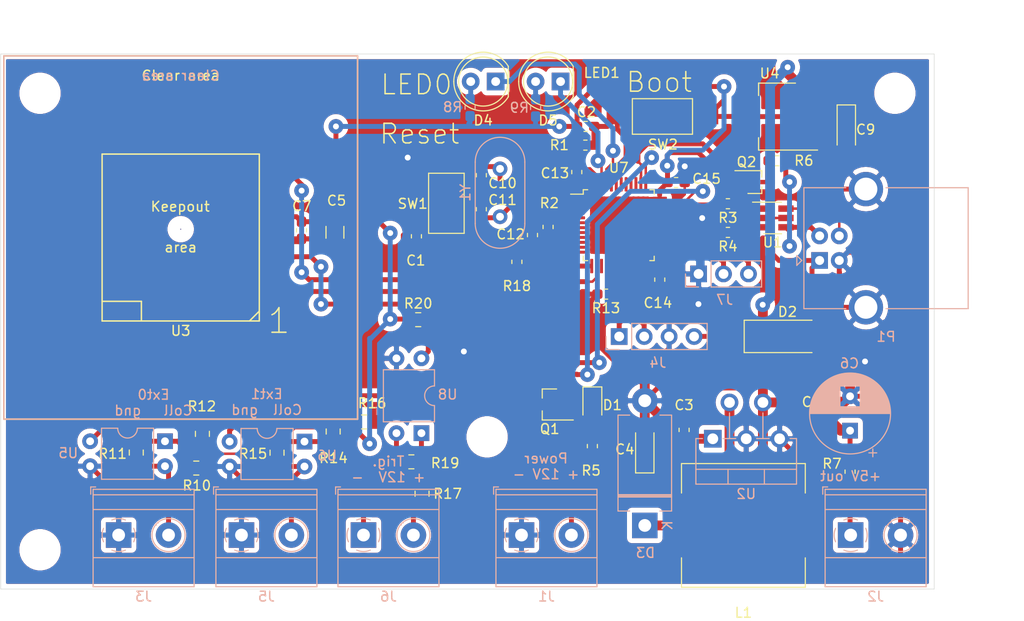
<source format=kicad_pcb>
(kicad_pcb (version 20171130) (host pcbnew "(6.0.0-rc1-dev-1613-ga55d9819b)")
  (layers (0 F.Cu signal) (31 B.Cu signal) (34 B.Paste user) (35 F.Paste user) (36 B.SilkS user) (37 F.SilkS user) (38 B.Mask user) (39 F.Mask user) (44 Edge.Cuts user))
  (net 0 "")
  (net 1 GND)
  (net 2 +3V3)
  (net 3 +5V)
  (net 4 /OSC_IN)
  (net 5 /OSC_OUT)
  (net 6 "Net-(C3-Pad1)")
  (net 7 "Net-(D2-Pad2)")
  (net 8 "Net-(D3-Pad1)")
  (net 9 /LED0)
  (net 10 "Net-(D4-Pad2)")
  (net 11 "Net-(D5-Pad2)")
  (net 12 /LED1)
  (net 13 "Net-(J1-Pad2)")
  (net 14 "Net-(J2-Pad1)")
  (net 15 "Net-(J3-Pad2)")
  (net 16 /U2Tx)
  (net 17 /U2Rx)
  (net 18 "Net-(J5-Pad2)")
  (net 19 "Net-(J6-Pad1)")
  (net 20 "Net-(J6-Pad2)")
  (net 21 /U1Tx)
  (net 22 /U1Rx)
  (net 23 "Net-(P1-Pad2)")
  (net 24 "Net-(P1-Pad3)")
  (net 25 /USB_PU)
  (net 26 "Net-(Q2-Pad3)")
  (net 27 /USBDM)
  (net 28 "Net-(R3-Pad1)")
  (net 29 "Net-(R4-Pad1)")
  (net 30 /USBDP)
  (net 31 "Net-(R10-Pad1)")
  (net 32 /TRIG0)
  (net 33 "Net-(R13-Pad1)")
  (net 34 "Net-(R14-Pad1)")
  (net 35 /TRIG1)
  (net 36 "Net-(R17-Pad2)")
  (net 37 /PPS)
  (net 38 /TRIG2)
  (net 39 /NRST)
  (net 40 /BOOT0)
  (net 41 /U3Tx)
  (net 42 /U3Rx)
  (net 43 "Net-(D1-Pad2)")
  (module MountingHole:MountingHole_3.2mm_M3 (layer F.Cu) (at 97 82)
    (fp_text reference REF** hide)
    (fp_text value MountingHole_3.2mm_M3 hide)
    (pad 1 np_thru_hole circle (at 0 0) (size 3.2 3.2) (drill 3.2) (layers *.Cu *.Mask))
  )
  (module MountingHole:MountingHole_3.2mm_M3 (layer F.Cu) (at 51.5 93.5)
    (fp_text reference REF** hide)
    (fp_text value MountingHole_3.2mm_M3 hide)
    (pad 1 np_thru_hole circle (at 0 0) (size 3.2 3.2) (drill 3.2) (layers *.Cu *.Mask))
  )
  (module MountingHole:MountingHole_3.2mm_M3 (layer F.Cu) (at 138.5 47)
    (fp_text reference REF** hide)
    (fp_text value MountingHole_3.2mm_M3 hide)
    (pad 1 np_thru_hole circle (at 0 0) (size 3.2 3.2) (drill 3.2) (layers *.Cu *.Mask))
  )
  (module MountingHole:MountingHole_3.2mm_M3 (layer F.Cu) (at 51.5 47)
    (fp_text reference REF** hide)
    (fp_text value MountingHole_3.2mm_M3 hide)
    (pad 1 np_thru_hole circle (at 0 0) (size 3.2 3.2) (drill 3.2) (layers *.Cu *.Mask))
  )
  (module chrono:L80-R (layer F.Cu) (at 65.8162 67.1943)
    (fp_text reference U3 (at 0 4) (layer F.SilkS))
    (fp_text value L80-R)
    (fp_text user 1 (at 10 3) (layer F.SilkS) (effects (font (size 2.5 2.5))))
    (fp_text user Keepout (at -0.05 -8.65) (layer F.SilkS))
    (fp_text user area (at 0 -4.5) (layer F.SilkS))
    (fp_text user "Clear area" (at 0 -22) (layer F.SilkS))
    (fp_text user "Clear area" (at 0 -22) (layer B.SilkS) (effects (justify mirror)))
    (pad 1 smd rect (at 8 0) (size 4 2) (layers F.Cu F.Paste F.Mask) (net 41 /U3Tx))
    (pad 2 smd rect (at 8 -2.54) (size 4 2) (layers F.Cu F.Paste F.Mask) (net 42 /U3Rx))
    (pad 3 smd rect (at 8 -5.08) (size 4 2) (layers F.Cu F.Paste F.Mask) (net 1 GND))
    (pad 4 smd rect (at 8 -7.62) (size 4 2) (layers F.Cu F.Paste F.Mask) (net 2 +3V3))
    (pad 5 smd rect (at 8 -10.16) (size 4 2) (layers F.Cu F.Paste F.Mask) (net 2 +3V3))
    (pad 6 smd rect (at 8 -12.7) (size 4 2) (layers F.Cu F.Paste F.Mask) (net 37 /PPS))
    (pad 12 smd rect (at -8 0) (size 4 2) (layers F.Cu F.Paste F.Mask) (net 1 GND))
    (pad 11 smd rect (at -8 -2.54) (size 4 2) (layers F.Cu F.Paste F.Mask))
    (pad 10 smd rect (at -8 -5.08) (size 4 2) (layers F.Cu F.Paste F.Mask))
    (pad 9 smd rect (at -8 -7.62) (size 4 2) (layers F.Cu F.Paste F.Mask))
    (pad 8 smd rect (at -8 -10.16) (size 4 2) (layers F.Cu F.Paste F.Mask))
    (pad 7 smd rect (at -8 -12.7) (size 4 2) (layers F.Cu F.Paste F.Mask))
    (pad ~ smd circle (at 0 -6.35) (size 0.1 0.1) (layers B.Cu) (clearance 1.3))
    (pad ~ smd circle (at 0 -6.35) (size 0.1 0.1) (layers F.Cu) (clearance 1.3))
  )
  (module Capacitor_SMD:C_0603_1608Metric_Pad1.05x0.95mm_HandSolder (layer F.Cu) (at 89.8065 61.5695 90)
    (fp_text reference C1 (at -2.4625 -0.0635 180) (layer F.SilkS))
    (fp_text value 0.1)
    (pad 2 smd roundrect (at 0.875 0 90) (size 1.05 0.95) (layers F.Cu F.Paste F.Mask) (net 1 GND))
    (pad 1 smd roundrect (at -0.875 0 90) (size 1.05 0.95) (layers F.Cu F.Paste F.Mask) (net 39 /NRST))
  )
  (module Capacitor_SMD:C_0603_1608Metric_Pad1.05x0.95mm_HandSolder (layer F.Cu) (at 107.029 50.3795 180)
    (fp_text reference C2 (at -0.0775 1.4605 180) (layer F.SilkS))
    (fp_text value 0.1)
    (pad 1 smd roundrect (at -0.875 0 180) (size 1.05 0.95) (layers F.Cu F.Paste F.Mask) (net 40 /BOOT0))
    (pad 2 smd roundrect (at 0.875 0 180) (size 1.05 0.95) (layers F.Cu F.Paste F.Mask) (net 2 +3V3))
  )
  (module Capacitor_SMD:C_0603_1608Metric_Pad1.05x0.95mm_HandSolder (layer F.Cu) (at 117.048 81.29 90)
    (fp_text reference C3 (at 2.526 0 180) (layer F.SilkS))
    (fp_text value 0.1)
    (pad 1 smd roundrect (at -0.875 0 90) (size 1.05 0.95) (layers F.Cu F.Paste F.Mask) (net 6 "Net-(C3-Pad1)"))
    (pad 2 smd roundrect (at 0.875 0 90) (size 1.05 0.95) (layers F.Cu F.Paste F.Mask) (net 1 GND))
  )
  (module Capacitor_Tantalum_SMD:CP_EIA-3216-18_Kemet-A_Pad1.58x1.35mm_HandSolder (layer F.Cu) (at 113.0475 83.186 90)
    (fp_text reference C4 (at -0.0865 -2.032 180) (layer F.SilkS))
    (fp_text value 47u)
    (pad 2 smd roundrect (at 1.4375 0 90) (size 1.575 1.35) (layers F.Cu F.Paste F.Mask) (roundrect_rratio 0.185185) (net 1 GND))
    (pad 1 smd roundrect (at -1.4375 0 90) (size 1.575 1.35) (layers F.Cu F.Paste F.Mask) (roundrect_rratio 0.185185) (net 6 "Net-(C3-Pad1)"))
  )
  (module Capacitor_SMD:C_1206_3216Metric_Pad1.42x1.75mm_HandSolder (layer F.Cu) (at 81.5134 61.1634 90)
    (fp_text reference C5 (at 3.2274 0.1651 180) (layer F.SilkS))
    (fp_text value 10u)
    (pad 1 smd roundrect (at -1.4875 0 90) (size 1.425 1.75) (layers F.Cu F.Paste F.Mask) (roundrect_rratio 0.175439) (net 1 GND))
    (pad 2 smd roundrect (at 1.4875 0 90) (size 1.425 1.75) (layers F.Cu F.Paste F.Mask) (roundrect_rratio 0.175439) (net 2 +3V3))
  )
  (module Capacitor_THT:CP_Radial_D8.0mm_P3.50mm (layer B.Cu) (at 133.939 81.3675 90)
    (fp_text reference C6 (at 6.858 -0.0635 180) (layer B.SilkS) (effects (justify mirror)))
    (fp_text value 100u)
    (pad 1 thru_hole rect (at 0 0 90) (size 1.6 1.6) (drill 0.8) (layers *.Cu *.Mask) (net 3 +5V))
    (pad 2 thru_hole circle (at 3.5 0 90) (size 1.6 1.6) (drill 0.8) (layers *.Cu *.Mask) (net 1 GND))
  )
  (module Capacitor_SMD:C_0603_1608Metric_Pad1.05x0.95mm_HandSolder (layer F.Cu) (at 78.1098 60.9573 90)
    (fp_text reference C7 (at 2.4625 0.0254 180) (layer F.SilkS))
    (fp_text value 0.1)
    (pad 1 smd roundrect (at -0.875 0 90) (size 1.05 0.95) (layers F.Cu F.Paste F.Mask) (net 1 GND))
    (pad 2 smd roundrect (at 0.875 0 90) (size 1.05 0.95) (layers F.Cu F.Paste F.Mask) (net 2 +3V3))
  )
  (module Capacitor_SMD:C_0603_1608Metric_Pad1.05x0.95mm_HandSolder (layer F.Cu) (at 131.78 79.286 90)
    (fp_text reference C8 (at 0.8395 -1.778 180) (layer F.SilkS))
    (fp_text value 0.1)
    (pad 2 smd roundrect (at 0.875 0 90) (size 1.05 0.95) (layers F.Cu F.Paste F.Mask) (net 1 GND))
    (pad 1 smd roundrect (at -0.875 0 90) (size 1.05 0.95) (layers F.Cu F.Paste F.Mask) (net 3 +5V))
  )
  (module Capacitor_Tantalum_SMD:CP_EIA-3216-18_Kemet-A_Pad1.58x1.35mm_HandSolder (layer F.Cu) (at 133.558 50.674 270)
    (fp_text reference C9 (at 0.023 -1.9685) (layer F.SilkS))
    (fp_text value 47u)
    (pad 1 smd roundrect (at -1.4375 0 270) (size 1.575 1.35) (layers F.Cu F.Paste F.Mask) (roundrect_rratio 0.185185) (net 2 +3V3))
    (pad 2 smd roundrect (at 1.4375 0 270) (size 1.575 1.35) (layers F.Cu F.Paste F.Mask) (roundrect_rratio 0.185185) (net 1 GND))
  )
  (module Capacitor_SMD:C_0603_1608Metric_Pad1.05x0.95mm_HandSolder (layer F.Cu) (at 96.4105 55.3465 270)
    (fp_text reference C10 (at 0.8115 -2.159) (layer F.SilkS))
    (fp_text value 12)
    (pad 2 smd roundrect (at 0.875 0 270) (size 1.05 0.95) (layers F.Cu F.Paste F.Mask) (net 1 GND))
    (pad 1 smd roundrect (at -0.875 0 270) (size 1.05 0.95) (layers F.Cu F.Paste F.Mask) (net 4 /OSC_IN))
  )
  (module Capacitor_SMD:C_0603_1608Metric_Pad1.05x0.95mm_HandSolder (layer F.Cu) (at 96.4105 58.811 90)
    (fp_text reference C11 (at 0.9385 2.159 180) (layer F.SilkS))
    (fp_text value 12)
    (pad 1 smd roundrect (at -0.875 0 90) (size 1.05 0.95) (layers F.Cu F.Paste F.Mask) (net 5 /OSC_OUT))
    (pad 2 smd roundrect (at 0.875 0 90) (size 1.05 0.95) (layers F.Cu F.Paste F.Mask) (net 1 GND))
  )
  (module Capacitor_SMD:C_0603_1608Metric_Pad1.05x0.95mm_HandSolder (layer F.Cu) (at 101.6175 61.4425 270)
    (fp_text reference C12 (at -0.0775 2.2225) (layer F.SilkS))
    (fp_text value 0.1)
    (pad 1 smd roundrect (at -0.875 0 270) (size 1.05 0.95) (layers F.Cu F.Paste F.Mask) (net 1 GND))
    (pad 2 smd roundrect (at 0.875 0 270) (size 1.05 0.95) (layers F.Cu F.Paste F.Mask) (net 2 +3V3))
  )
  (module Capacitor_SMD:C_0603_1608Metric_Pad1.05x0.95mm_HandSolder (layer F.Cu) (at 106.126 55.029 270)
    (fp_text reference C13 (at 0.113 2.2225) (layer F.SilkS))
    (fp_text value 0.1)
    (pad 2 smd roundrect (at 0.875 0 270) (size 1.05 0.95) (layers F.Cu F.Paste F.Mask) (net 2 +3V3))
    (pad 1 smd roundrect (at -0.875 0 270) (size 1.05 0.95) (layers F.Cu F.Paste F.Mask) (net 1 GND))
  )
  (module Capacitor_SMD:C_0603_1608Metric_Pad1.05x0.95mm_HandSolder (layer F.Cu) (at 114.5715 65.9865 90)
    (fp_text reference C14 (at -2.3635 -0.1905 180) (layer F.SilkS))
    (fp_text value 0.1)
    (pad 1 smd roundrect (at -0.875 0 90) (size 1.05 0.95) (layers F.Cu F.Paste F.Mask) (net 1 GND))
    (pad 2 smd roundrect (at 0.875 0 90) (size 1.05 0.95) (layers F.Cu F.Paste F.Mask) (net 2 +3V3))
  )
  (module Capacitor_SMD:C_0603_1608Metric_Pad1.05x0.95mm_HandSolder (layer F.Cu) (at 116.2365 56.0945 180)
    (fp_text reference C15 (at -3.0975 0.381 180) (layer F.SilkS))
    (fp_text value 0.1)
    (pad 2 smd roundrect (at 0.875 0 180) (size 1.05 0.95) (layers F.Cu F.Paste F.Mask) (net 2 +3V3))
    (pad 1 smd roundrect (at -0.875 0 180) (size 1.05 0.95) (layers F.Cu F.Paste F.Mask) (net 1 GND))
  )
  (module Diode_SMD:D_0805_2012Metric_Pad1.15x1.40mm_HandSolder (layer F.Cu) (at 107.7135 78.773 270)
    (fp_text reference D1 (at -0.009 -2.032) (layer F.SilkS))
    (fp_text value MM3Z7V5)
    (pad 1 smd roundrect (at -1.025 0 270) (size 1.15 1.4) (layers F.Cu F.Paste F.Mask) (roundrect_rratio 0.217391) (net 6 "Net-(C3-Pad1)"))
    (pad 2 smd roundrect (at 1.025 0 270) (size 1.15 1.4) (layers F.Cu F.Paste F.Mask) (roundrect_rratio 0.217391) (net 43 "Net-(D1-Pad2)"))
  )
  (module Diode_SMD:D_SMA_Handsoldering (layer F.Cu) (at 127.5655 71.7663)
    (fp_text reference D2 (at 0 -2.5) (layer F.SilkS))
    (fp_text value SS14)
    (pad 1 smd rect (at -2.5 0) (size 3.5 1.8) (layers F.Cu F.Paste F.Mask) (net 3 +5V))
    (pad 2 smd rect (at 2.5 0) (size 3.5 1.8) (layers F.Cu F.Paste F.Mask) (net 7 "Net-(D2-Pad2)"))
  )
  (module Diode_THT:D_DO-201_P12.70mm_Horizontal (layer B.Cu) (at 113.0475 91.0195 90)
    (fp_text reference D3 (at -2.794 0.0635 180) (layer B.SilkS) (effects (justify mirror)))
    (fp_text value 1n5822)
    (fp_text user K (at 0 2.3 90) (layer B.SilkS) (effects (justify mirror)))
    (pad 1 thru_hole rect (at 0 0 90) (size 2.6 2.6) (drill 1.3) (layers *.Cu *.Mask) (net 8 "Net-(D3-Pad1)"))
    (pad 2 thru_hole oval (at 12.7 0 90) (size 2.6 2.6) (drill 1.3) (layers *.Cu *.Mask) (net 1 GND))
  )
  (module LED_THT:LED_D5.0mm (layer F.Cu) (at 97.871 45.8075 180)
    (fp_text reference D4 (at 1.27 -3.96 180) (layer F.SilkS))
    (fp_text value LED0)
    (pad 2 thru_hole circle (at 2.54 0 180) (size 1.8 1.8) (drill 0.9) (layers *.Cu *.Mask) (net 10 "Net-(D4-Pad2)"))
    (pad 1 thru_hole rect (at 0 0 180) (size 1.8 1.8) (drill 0.9) (layers *.Cu *.Mask) (net 9 /LED0))
  )
  (module LED_THT:LED_D5.0mm (layer F.Cu) (at 104.475 45.8075 180)
    (fp_text reference D5 (at 1.27 -3.96 180) (layer F.SilkS))
    (fp_text value LED1)
    (pad 1 thru_hole rect (at 0 0 180) (size 1.8 1.8) (drill 0.9) (layers *.Cu *.Mask) (net 12 /LED1))
    (pad 2 thru_hole circle (at 2.54 0 180) (size 1.8 1.8) (drill 0.9) (layers *.Cu *.Mask) (net 11 "Net-(D5-Pad2)"))
  )
  (module TerminalBlock_Phoenix:TerminalBlock_Phoenix_MKDS-1,5-2-5.08_1x02_P5.08mm_Horizontal (layer B.Cu) (at 100.5 92)
    (fp_text reference J1 (at 2.54 6.26) (layer B.SilkS) (effects (justify mirror)))
    (fp_text value "Power 12V")
    (pad 2 thru_hole circle (at 5.08 0) (size 2.6 2.6) (drill 1.3) (layers *.Cu *.Mask) (net 13 "Net-(J1-Pad2)"))
    (pad 1 thru_hole rect (at 0 0) (size 2.6 2.6) (drill 1.3) (layers *.Cu *.Mask) (net 1 GND))
  )
  (module TerminalBlock_Phoenix:TerminalBlock_Phoenix_MKDS-1,5-2-5.08_1x02_P5.08mm_Horizontal (layer B.Cu) (at 134 92)
    (fp_text reference J2 (at 2.54 6.26) (layer B.SilkS) (effects (justify mirror)))
    (fp_text value +5Vout)
    (pad 1 thru_hole rect (at 0 0) (size 2.6 2.6) (drill 1.3) (layers *.Cu *.Mask) (net 14 "Net-(J2-Pad1)"))
    (pad 2 thru_hole circle (at 5.08 0) (size 2.6 2.6) (drill 1.3) (layers *.Cu *.Mask) (net 1 GND))
  )
  (module TerminalBlock_Phoenix:TerminalBlock_Phoenix_MKDS-1,5-2-5.08_1x02_P5.08mm_Horizontal (layer B.Cu) (at 59.5 92)
    (fp_text reference J3 (at 2.54 6.26) (layer B.SilkS) (effects (justify mirror)))
    (fp_text value Ext_trig0)
    (pad 1 thru_hole rect (at 0 0) (size 2.6 2.6) (drill 1.3) (layers *.Cu *.Mask) (net 1 GND))
    (pad 2 thru_hole circle (at 5.08 0) (size 2.6 2.6) (drill 1.3) (layers *.Cu *.Mask) (net 15 "Net-(J3-Pad2)"))
  )
  (module Connector_PinSocket_2.54mm:PinSocket_1x04_P2.54mm_Vertical (layer B.Cu) (at 110.444 71.779 270)
    (fp_text reference J4 (at 2.667 -3.937) (layer B.SilkS) (effects (justify mirror)))
    (fp_text value LIDAR)
    (pad 1 thru_hole rect (at 0 0 270) (size 1.7 1.7) (drill 1) (layers *.Cu *.Mask) (net 16 /U2Tx))
    (pad 2 thru_hole oval (at 0 -2.54 270) (size 1.7 1.7) (drill 1) (layers *.Cu *.Mask) (net 17 /U2Rx))
    (pad 3 thru_hole oval (at 0 -5.08 270) (size 1.7 1.7) (drill 1) (layers *.Cu *.Mask) (net 1 GND))
    (pad 4 thru_hole oval (at 0 -7.62 270) (size 1.7 1.7) (drill 1) (layers *.Cu *.Mask) (net 3 +5V))
  )
  (module TerminalBlock_Phoenix:TerminalBlock_Phoenix_MKDS-1,5-2-5.08_1x02_P5.08mm_Horizontal (layer B.Cu) (at 72 92)
    (fp_text reference J5 (at 2.54 6.26) (layer B.SilkS) (effects (justify mirror)))
    (fp_text value Ext_trig1)
    (pad 1 thru_hole rect (at 0 0) (size 2.6 2.6) (drill 1.3) (layers *.Cu *.Mask) (net 1 GND))
    (pad 2 thru_hole circle (at 5.08 0) (size 2.6 2.6) (drill 1.3) (layers *.Cu *.Mask) (net 18 "Net-(J5-Pad2)"))
  )
  (module TerminalBlock_Phoenix:TerminalBlock_Phoenix_MKDS-1,5-2-5.08_1x02_P5.08mm_Horizontal (layer B.Cu) (at 84.42 92)
    (fp_text reference J6 (at 2.54 6.26) (layer B.SilkS) (effects (justify mirror)))
    (fp_text value Ext_trig2)
    (pad 1 thru_hole rect (at 0 0) (size 2.6 2.6) (drill 1.3) (layers *.Cu *.Mask) (net 19 "Net-(J6-Pad1)"))
    (pad 2 thru_hole circle (at 5.08 0) (size 2.6 2.6) (drill 1.3) (layers *.Cu *.Mask) (net 20 "Net-(J6-Pad2)"))
  )
  (module Connector_PinSocket_2.54mm:PinSocket_1x03_P2.54mm_Vertical (layer B.Cu) (at 118.5212 65.4036 270)
    (fp_text reference J7 (at 2.6289 -2.6543) (layer B.SilkS) (effects (justify mirror)))
    (fp_text value USART1)
    (pad 1 thru_hole rect (at 0 0 270) (size 1.7 1.7) (drill 1) (layers *.Cu *.Mask) (net 1 GND))
    (pad 2 thru_hole oval (at 0 -2.54 270) (size 1.7 1.7) (drill 1) (layers *.Cu *.Mask) (net 21 /U1Tx))
    (pad 3 thru_hole oval (at 0 -5.08 270) (size 1.7 1.7) (drill 1) (layers *.Cu *.Mask) (net 22 /U1Rx))
  )
  (module Inductor_SMD:L_12x12mm_H4.5mm (layer F.Cu) (at 123.0835 91.0195 180)
    (fp_text reference L1 (at 0 -8.89 180) (layer F.SilkS))
    (fp_text value 100u)
    (pad 1 smd rect (at -4.95 0 180) (size 2.9 5.4) (layers F.Cu F.Paste F.Mask) (net 3 +5V))
    (pad 2 smd rect (at 4.95 0 180) (size 2.9 5.4) (layers F.Cu F.Paste F.Mask) (net 8 "Net-(D3-Pad1)"))
  )
  (module Connectors_USB:USB_B_OST_USB-B1HSxx_Horizontal (layer B.Cu) (at 130.8402 64.032)
    (fp_text reference P1 (at 6.76 7.77) (layer B.SilkS) (effects (justify mirror)))
    (fp_text value USB_B)
    (pad 1 thru_hole rect (at 0 0) (size 1.7 1.7) (drill 0.92) (layers *.Cu *.Mask) (net 7 "Net-(D2-Pad2)"))
    (pad 2 thru_hole circle (at 0 -2.5) (size 1.7 1.7) (drill 0.92) (layers *.Cu *.Mask) (net 23 "Net-(P1-Pad2)"))
    (pad 3 thru_hole circle (at 2 -2.5) (size 1.7 1.7) (drill 0.92) (layers *.Cu *.Mask) (net 24 "Net-(P1-Pad3)"))
    (pad 4 thru_hole circle (at 2 0) (size 1.7 1.7) (drill 0.92) (layers *.Cu *.Mask) (net 1 GND))
    (pad 5 thru_hole circle (at 4.71 4.77) (size 3.5 3.5) (drill 2.33) (layers *.Cu *.Mask) (net 1 GND))
    (pad 5 thru_hole circle (at 4.71 -7.27) (size 3.5 3.5) (drill 2.33) (layers *.Cu *.Mask) (net 1 GND))
  )
  (module TO_SOT_Packages_SMD:SOT-23_Handsoldering (layer F.Cu) (at 103.3715 78.7005 180)
    (fp_text reference Q1 (at 0 -2.5 180) (layer F.SilkS))
    (fp_text value AO3407)
    (pad 1 smd rect (at -1.5 -0.95 180) (size 1.9 0.8) (layers F.Cu F.Paste F.Mask) (net 43 "Net-(D1-Pad2)"))
    (pad 2 smd rect (at -1.5 0.95 180) (size 1.9 0.8) (layers F.Cu F.Paste F.Mask) (net 6 "Net-(C3-Pad1)"))
    (pad 3 smd rect (at 1.5 0 180) (size 1.9 0.8) (layers F.Cu F.Paste F.Mask) (net 13 "Net-(J1-Pad2)"))
  )
  (module TO_SOT_Packages_SMD:SOT-323_SC-70_Handsoldering (layer F.Cu) (at 124.22 56.046)
    (fp_text reference Q2 (at -0.822 -2.047) (layer F.SilkS))
    (fp_text value DTA114Y)
    (pad 1 smd rect (at -1.33 -0.65 270) (size 0.45 1.5) (layers F.Cu F.Paste F.Mask) (net 25 /USB_PU))
    (pad 2 smd rect (at -1.33 0.65 270) (size 0.45 1.5) (layers F.Cu F.Paste F.Mask) (net 2 +3V3))
    (pad 3 smd rect (at 1.33 0 270) (size 0.45 1.5) (layers F.Cu F.Paste F.Mask) (net 26 "Net-(Q2-Pad3)"))
  )
  (module Resistor_SMD:R_0603_1608Metric_Pad1.05x0.95mm_HandSolder (layer F.Cu) (at 107.001 52.2845 180)
    (fp_text reference R1 (at 2.653 0 180) (layer F.SilkS))
    (fp_text value 10k)
    (pad 2 smd roundrect (at 0.875 0 180) (size 1.05 0.95) (layers F.Cu F.Paste F.Mask) (net 1 GND))
    (pad 1 smd roundrect (at -0.875 0 180) (size 1.05 0.95) (layers F.Cu F.Paste F.Mask) (net 40 /BOOT0))
  )
  (module Resistor_SMD:R_0603_1608Metric_Pad1.05x0.95mm_HandSolder (layer F.Cu) (at 103.205 60.617 270)
    (fp_text reference R2 (at -2.427 -0.127) (layer F.SilkS))
    (fp_text value 10k)
    (pad 1 smd roundrect (at -0.875 0 270) (size 1.05 0.95) (layers F.Cu F.Paste F.Mask) (net 39 /NRST))
    (pad 2 smd roundrect (at 0.875 0 270) (size 1.05 0.95) (layers F.Cu F.Paste F.Mask) (net 2 +3V3))
  )
  (module Resistor_SMD:R_0603_1608Metric_Pad1.05x0.95mm_HandSolder (layer F.Cu) (at 121.507 58.2535 180)
    (fp_text reference R3 (at 0 -1.43 180) (layer F.SilkS))
    (fp_text value 22)
    (pad 1 smd roundrect (at -0.875 0 180) (size 1.05 0.95) (layers F.Cu F.Paste F.Mask) (net 28 "Net-(R3-Pad1)"))
    (pad 2 smd roundrect (at 0.875 0 180) (size 1.05 0.95) (layers F.Cu F.Paste F.Mask) (net 30 /USBDP))
  )
  (module Resistor_SMD:R_0603_1608Metric_Pad1.05x0.95mm_HandSolder (layer F.Cu) (at 121.507 61.1745 180)
    (fp_text reference R4 (at 0 -1.43 180) (layer F.SilkS))
    (fp_text value 22)
    (pad 2 smd roundrect (at 0.875 0 180) (size 1.05 0.95) (layers F.Cu F.Paste F.Mask) (net 27 /USBDM))
    (pad 1 smd roundrect (at -0.875 0 180) (size 1.05 0.95) (layers F.Cu F.Paste F.Mask) (net 29 "Net-(R4-Pad1)"))
  )
  (module Resistor_SMD:R_0603_1608Metric_Pad1.05x0.95mm_HandSolder (layer F.Cu) (at 107.7135 82.941 90)
    (fp_text reference R5 (at -2.4905 -0.127 180) (layer F.SilkS))
    (fp_text value 10k)
    (pad 2 smd roundrect (at 0.875 0 90) (size 1.05 0.95) (layers F.Cu F.Paste F.Mask) (net 43 "Net-(D1-Pad2)"))
    (pad 1 smd roundrect (at -0.875 0 90) (size 1.05 0.95) (layers F.Cu F.Paste F.Mask) (net 1 GND))
  )
  (module Resistor_SMD:R_0603_1608Metric_Pad1.05x0.95mm_HandSolder (layer F.Cu) (at 126.5235 53.872)
    (fp_text reference R6 (at 2.7165 0) (layer F.SilkS))
    (fp_text value 1k5)
    (pad 1 smd roundrect (at -0.875 0) (size 1.05 0.95) (layers F.Cu F.Paste F.Mask) (net 26 "Net-(Q2-Pad3)"))
    (pad 2 smd roundrect (at 0.875 0) (size 1.05 0.95) (layers F.Cu F.Paste F.Mask) (net 23 "Net-(P1-Pad2)"))
  )
  (module Resistor_SMD:R_0603_1608Metric_Pad1.05x0.95mm_HandSolder (layer F.Cu) (at 133.939 85.5445 90)
    (fp_text reference R7 (at 0.8115 -1.8415 180) (layer F.SilkS))
    (fp_text value 22)
    (pad 1 smd roundrect (at -0.875 0 90) (size 1.05 0.95) (layers F.Cu F.Paste F.Mask) (net 14 "Net-(J2-Pad1)"))
    (pad 2 smd roundrect (at 0.875 0 90) (size 1.05 0.95) (layers F.Cu F.Paste F.Mask) (net 3 +5V))
  )
  (module Resistor_SMD:R_0603_1608Metric_Pad1.05x0.95mm_HandSolder (layer B.Cu) (at 95.2675 48.4605 270)
    (fp_text reference R8 (at -0.0495 1.778) (layer B.SilkS) (effects (justify mirror)))
    (fp_text value 330)
    (pad 1 smd roundrect (at -0.875 0 270) (size 1.05 0.95) (layers B.Cu B.Paste B.Mask) (net 10 "Net-(D4-Pad2)"))
    (pad 2 smd roundrect (at 0.875 0 270) (size 1.05 0.95) (layers B.Cu B.Paste B.Mask) (net 2 +3V3))
  )
  (module Resistor_SMD:R_0603_1608Metric_Pad1.05x0.95mm_HandSolder (layer B.Cu) (at 101.935 48.4885 270)
    (fp_text reference R9 (at -0.014 1.651) (layer B.SilkS) (effects (justify mirror)))
    (fp_text value 330)
    (pad 1 smd roundrect (at -0.875 0 270) (size 1.05 0.95) (layers B.Cu B.Paste B.Mask) (net 11 "Net-(D5-Pad2)"))
    (pad 2 smd roundrect (at 0.875 0 270) (size 1.05 0.95) (layers B.Cu B.Paste B.Mask) (net 2 +3V3))
  )
  (module Resistor_SMD:R_0805_2012Metric_Pad1.15x1.40mm_HandSolder (layer F.Cu) (at 67.4 85.1775)
    (fp_text reference R10 (at 0.0545 1.778) (layer F.SilkS))
    (fp_text value 330)
    (pad 1 smd roundrect (at -1.025 0) (size 1.15 1.4) (layers F.Cu F.Paste F.Mask) (roundrect_rratio 0.217391) (net 31 "Net-(R10-Pad1)"))
    (pad 2 smd roundrect (at 1.025 0) (size 1.15 1.4) (layers F.Cu F.Paste F.Mask) (roundrect_rratio 0.217391) (net 2 +3V3))
  )
  (module Resistor_SMD:R_0805_2012Metric_Pad1.15x1.40mm_HandSolder (layer F.Cu) (at 61.295 83.599 90)
    (fp_text reference R11 (at -0.118 -2.413 180) (layer F.SilkS))
    (fp_text value 4k7)
    (pad 2 smd roundrect (at 1.025 0 90) (size 1.15 1.4) (layers F.Cu F.Paste F.Mask) (roundrect_rratio 0.217391) (net 31 "Net-(R10-Pad1)"))
    (pad 1 smd roundrect (at -1.025 0 90) (size 1.15 1.4) (layers F.Cu F.Paste F.Mask) (roundrect_rratio 0.217391) (net 15 "Net-(J3-Pad2)"))
  )
  (module Resistor_SMD:R_0805_2012Metric_Pad1.15x1.40mm_HandSolder (layer F.Cu) (at 68.026 81.694 90)
    (fp_text reference R12 (at 2.803 -0.0635 180) (layer F.SilkS))
    (fp_text value 4k7)
    (pad 2 smd roundrect (at 1.025 0 90) (size 1.15 1.4) (layers F.Cu F.Paste F.Mask) (roundrect_rratio 0.217391) (net 32 /TRIG0))
    (pad 1 smd roundrect (at -1.025 0 90) (size 1.15 1.4) (layers F.Cu F.Paste F.Mask) (roundrect_rratio 0.217391) (net 2 +3V3))
  )
  (module Resistor_SMD:R_0603_1608Metric_Pad1.05x0.95mm_HandSolder (layer F.Cu) (at 109.0965 67.461 180)
    (fp_text reference R13 (at 0 -1.43 180) (layer F.SilkS))
    (fp_text value 100k)
    (pad 2 smd roundrect (at 0.875 0 180) (size 1.05 0.95) (layers F.Cu F.Paste F.Mask) (net 1 GND))
    (pad 1 smd roundrect (at -0.875 0 180) (size 1.05 0.95) (layers F.Cu F.Paste F.Mask) (net 33 "Net-(R13-Pad1)"))
  )
  (module Resistor_SMD:R_0805_2012Metric_Pad1.15x1.40mm_HandSolder (layer F.Cu) (at 81.334 81.453 90)
    (fp_text reference R14 (at -2.7085 0.027 180) (layer F.SilkS))
    (fp_text value 330)
    (pad 1 smd roundrect (at -1.025 0 90) (size 1.15 1.4) (layers F.Cu F.Paste F.Mask) (roundrect_rratio 0.217391) (net 34 "Net-(R14-Pad1)"))
    (pad 2 smd roundrect (at 1.025 0 90) (size 1.15 1.4) (layers F.Cu F.Paste F.Mask) (roundrect_rratio 0.217391) (net 2 +3V3))
  )
  (module Resistor_SMD:R_0805_2012Metric_Pad1.15x1.40mm_HandSolder (layer F.Cu) (at 75.619 83.612 90)
    (fp_text reference R15 (at -0.105 -2.4495 180) (layer F.SilkS))
    (fp_text value 4k7)
    (pad 2 smd roundrect (at 1.025 0 90) (size 1.15 1.4) (layers F.Cu F.Paste F.Mask) (roundrect_rratio 0.217391) (net 34 "Net-(R14-Pad1)"))
    (pad 1 smd roundrect (at -1.025 0 90) (size 1.15 1.4) (layers F.Cu F.Paste F.Mask) (roundrect_rratio 0.217391) (net 18 "Net-(J5-Pad2)"))
  )
  (module Resistor_SMD:R_0805_2012Metric_Pad1.15x1.40mm_HandSolder (layer F.Cu) (at 84.4815 80.4785)
    (fp_text reference R16 (at 0.8165 -1.905) (layer F.SilkS))
    (fp_text value 4k7)
    (pad 2 smd roundrect (at 1.025 0) (size 1.15 1.4) (layers F.Cu F.Paste F.Mask) (roundrect_rratio 0.217391) (net 35 /TRIG1))
    (pad 1 smd roundrect (at -1.025 0) (size 1.15 1.4) (layers F.Cu F.Paste F.Mask) (roundrect_rratio 0.217391) (net 2 +3V3))
  )
  (module Resistor_SMD:R_0805_2012Metric_Pad1.15x1.40mm_HandSolder (layer F.Cu) (at 90.378 87.79 90)
    (fp_text reference R17 (at 0 2.6035 180) (layer F.SilkS))
    (fp_text value 2k2)
    (pad 1 smd roundrect (at -1.025 0 90) (size 1.15 1.4) (layers F.Cu F.Paste F.Mask) (roundrect_rratio 0.217391) (net 20 "Net-(J6-Pad2)"))
    (pad 2 smd roundrect (at 1.025 0 90) (size 1.15 1.4) (layers F.Cu F.Paste F.Mask) (roundrect_rratio 0.217391) (net 36 "Net-(R17-Pad2)"))
  )
  (module Resistor_SMD:R_0603_1608Metric_Pad1.05x0.95mm_HandSolder (layer F.Cu) (at 100.03 64.173 270)
    (fp_text reference R18 (at 2.4625 0) (layer F.SilkS))
    (fp_text value 100k)
    (pad 2 smd roundrect (at 0.875 0 270) (size 1.05 0.95) (layers F.Cu F.Paste F.Mask) (net 37 /PPS))
    (pad 1 smd roundrect (at -0.875 0 270) (size 1.05 0.95) (layers F.Cu F.Paste F.Mask) (net 1 GND))
  )
  (module Resistor_SMD:R_0805_2012Metric_Pad1.15x1.40mm_HandSolder (layer F.Cu) (at 89.2895 84.5425)
    (fp_text reference R19 (at 3.438 0.127) (layer F.SilkS))
    (fp_text value 4k7)
    (pad 1 smd roundrect (at -1.025 0) (size 1.15 1.4) (layers F.Cu F.Paste F.Mask) (roundrect_rratio 0.217391) (net 19 "Net-(J6-Pad1)"))
    (pad 2 smd roundrect (at 1.025 0) (size 1.15 1.4) (layers F.Cu F.Paste F.Mask) (roundrect_rratio 0.217391) (net 36 "Net-(R17-Pad2)"))
  )
  (module Resistor_SMD:R_0805_2012Metric_Pad1.15x1.40mm_HandSolder (layer F.Cu) (at 89.988 70.0645)
    (fp_text reference R20 (at 0 -1.65) (layer F.SilkS))
    (fp_text value 4k7)
    (pad 2 smd roundrect (at 1.025 0) (size 1.15 1.4) (layers F.Cu F.Paste F.Mask) (roundrect_rratio 0.217391) (net 38 /TRIG2))
    (pad 1 smd roundrect (at -1.025 0) (size 1.15 1.4) (layers F.Cu F.Paste F.Mask) (roundrect_rratio 0.217391) (net 2 +3V3))
  )
  (module Buttons_Switches_SMD:SW_SPST_FSMSM (layer F.Cu) (at 92.8545 58.208 90)
    (fp_text reference SW1 (at -0.0455 -3.429 180) (layer F.SilkS))
    (fp_text value Reset)
    (pad 1 smd rect (at -4.59 0 90) (size 2.18 1.6) (layers F.Cu F.Paste F.Mask) (net 39 /NRST))
    (pad 2 smd rect (at 4.59 0 90) (size 2.18 1.6) (layers F.Cu F.Paste F.Mask) (net 1 GND))
  )
  (module Buttons_Switches_SMD:SW_SPST_FSMSM (layer F.Cu) (at 114.8435 49.3635)
    (fp_text reference SW2 (at 0.0455 2.8575) (layer F.SilkS))
    (fp_text value Boot)
    (pad 2 smd rect (at 4.59 0) (size 2.18 1.6) (layers F.Cu F.Paste F.Mask) (net 2 +3V3))
    (pad 1 smd rect (at -4.59 0) (size 2.18 1.6) (layers F.Cu F.Paste F.Mask) (net 40 /BOOT0))
  )
  (module TO_SOT_Packages_SMD:SOT-23-6_Handsoldering (layer F.Cu) (at 126.065 59.7013)
    (fp_text reference U1 (at 0 2.4892) (layer F.SilkS))
    (fp_text value USBLC6-2SC6)
    (pad 1 smd rect (at -1.35 -0.95) (size 1.56 0.65) (layers F.Cu F.Paste F.Mask) (net 28 "Net-(R3-Pad1)"))
    (pad 2 smd rect (at -1.35 0) (size 1.56 0.65) (layers F.Cu F.Paste F.Mask) (net 1 GND))
    (pad 3 smd rect (at -1.35 0.95) (size 1.56 0.65) (layers F.Cu F.Paste F.Mask) (net 29 "Net-(R4-Pad1)"))
    (pad 4 smd rect (at 1.35 0.95) (size 1.56 0.65) (layers F.Cu F.Paste F.Mask) (net 23 "Net-(P1-Pad2)"))
    (pad 6 smd rect (at 1.35 -0.95) (size 1.56 0.65) (layers F.Cu F.Paste F.Mask) (net 24 "Net-(P1-Pad3)"))
    (pad 5 smd rect (at 1.35 0) (size 1.56 0.65) (layers F.Cu F.Paste F.Mask) (net 7 "Net-(D2-Pad2)"))
  )
  (module TO_SOT_Packages_THT:TO-220-5_P3.4x3.7mm_StaggerEven_Lead3.8mm_Vertical (layer B.Cu) (at 119.969 82.193)
    (fp_text reference U2 (at 3.4 5.62) (layer B.SilkS) (effects (justify mirror)))
    (fp_text value LM2576HV)
    (pad 1 thru_hole rect (at 0 0) (size 1.8 1.8) (drill 1.1) (layers *.Cu *.Mask) (net 6 "Net-(C3-Pad1)"))
    (pad 2 thru_hole oval (at 1.7 -3.7) (size 1.8 1.8) (drill 1.1) (layers *.Cu *.Mask) (net 8 "Net-(D3-Pad1)"))
    (pad 3 thru_hole oval (at 3.4 0) (size 1.8 1.8) (drill 1.1) (layers *.Cu *.Mask) (net 1 GND))
    (pad 4 thru_hole oval (at 5.1 -3.7) (size 1.8 1.8) (drill 1.1) (layers *.Cu *.Mask) (net 3 +5V))
    (pad 5 thru_hole oval (at 6.8 0) (size 1.8 1.8) (drill 1.1) (layers *.Cu *.Mask) (net 1 GND))
  )
  (module TO_SOT_Packages_SMD:SOT-223 (layer F.Cu) (at 126.5345 49.3775 180)
    (fp_text reference U4 (at 0.787 4.3955 180) (layer F.SilkS))
    (fp_text value LM1117-3.3)
    (pad 4 smd rect (at 3.15 0 180) (size 2 3.8) (layers F.Cu F.Paste F.Mask) (net 2 +3V3))
    (pad 2 smd rect (at -3.15 0 180) (size 2 1.5) (layers F.Cu F.Paste F.Mask) (net 2 +3V3))
    (pad 3 smd rect (at -3.15 2.3 180) (size 2 1.5) (layers F.Cu F.Paste F.Mask) (net 3 +5V))
    (pad 1 smd rect (at -3.15 -2.3 180) (size 2 1.5) (layers F.Cu F.Paste F.Mask) (net 1 GND))
  )
  (module Package_DIP:DIP-4_W7.62mm (layer B.Cu) (at 64.216 82.447 180)
    (fp_text reference U5 (at 9.8425 -1.2065 180) (layer B.SilkS) (effects (justify mirror)))
    (fp_text value PC817)
    (pad 1 thru_hole rect (at 0 0 180) (size 1.6 1.6) (drill 0.8) (layers *.Cu *.Mask) (net 31 "Net-(R10-Pad1)"))
    (pad 3 thru_hole oval (at 7.62 -2.54 180) (size 1.6 1.6) (drill 0.8) (layers *.Cu *.Mask) (net 1 GND))
    (pad 2 thru_hole oval (at 0 -2.54 180) (size 1.6 1.6) (drill 0.8) (layers *.Cu *.Mask) (net 15 "Net-(J3-Pad2)"))
    (pad 4 thru_hole oval (at 7.62 0 180) (size 1.6 1.6) (drill 0.8) (layers *.Cu *.Mask) (net 32 /TRIG0))
  )
  (module Package_DIP:DIP-4_W7.62mm (layer B.Cu) (at 78.413 82.478 180)
    (fp_text reference U6 (at -2.313 -1.4295 180) (layer B.SilkS) (effects (justify mirror)))
    (fp_text value PC817)
    (pad 1 thru_hole rect (at 0 0 180) (size 1.6 1.6) (drill 0.8) (layers *.Cu *.Mask) (net 34 "Net-(R14-Pad1)"))
    (pad 3 thru_hole oval (at 7.62 -2.54 180) (size 1.6 1.6) (drill 0.8) (layers *.Cu *.Mask) (net 1 GND))
    (pad 2 thru_hole oval (at 0 -2.54 180) (size 1.6 1.6) (drill 0.8) (layers *.Cu *.Mask) (net 18 "Net-(J5-Pad2)"))
    (pad 4 thru_hole oval (at 7.62 0 180) (size 1.6 1.6) (drill 0.8) (layers *.Cu *.Mask) (net 35 /TRIG1))
  )
  (module Package_QFP:LQFP-48_7x7mm_P0.5mm (layer F.Cu) (at 110.3963 60.4372)
    (fp_text reference U7 (at 0 -5.85) (layer F.SilkS))
    (fp_text value STM32F103C6Tx)
    (pad 1 smd roundrect (at -4.1625 -2.75) (size 1.475 0.3) (layers F.Cu F.Paste F.Mask) (net 2 +3V3))
    (pad 2 smd roundrect (at -4.1625 -2.25) (size 1.475 0.3) (layers F.Cu F.Paste F.Mask))
    (pad 3 smd roundrect (at -4.1625 -1.75) (size 1.475 0.3) (layers F.Cu F.Paste F.Mask))
    (pad 4 smd roundrect (at -4.1625 -1.25) (size 1.475 0.3) (layers F.Cu F.Paste F.Mask))
    (pad 5 smd roundrect (at -4.1625 -0.75) (size 1.475 0.3) (layers F.Cu F.Paste F.Mask) (net 4 /OSC_IN))
    (pad 6 smd roundrect (at -4.1625 -0.25) (size 1.475 0.3) (layers F.Cu F.Paste F.Mask) (net 5 /OSC_OUT))
    (pad 7 smd roundrect (at -4.1625 0.25) (size 1.475 0.3) (layers F.Cu F.Paste F.Mask) (net 39 /NRST))
    (pad 8 smd roundrect (at -4.1625 0.75) (size 1.475 0.3) (layers F.Cu F.Paste F.Mask) (net 1 GND))
    (pad 9 smd roundrect (at -4.1625 1.25) (size 1.475 0.3) (layers F.Cu F.Paste F.Mask) (net 2 +3V3))
    (pad 10 smd roundrect (at -4.1625 1.75) (size 1.475 0.3) (layers F.Cu F.Paste F.Mask))
    (pad 11 smd roundrect (at -4.1625 2.25) (size 1.475 0.3) (layers F.Cu F.Paste F.Mask) (net 37 /PPS))
    (pad 12 smd roundrect (at -4.1625 2.75) (size 1.475 0.3) (layers F.Cu F.Paste F.Mask) (net 41 /U3Tx))
    (pad 13 smd roundrect (at -2.75 4.1625) (size 0.3 1.475) (layers F.Cu F.Paste F.Mask) (net 42 /U3Rx))
    (pad 14 smd roundrect (at -2.25 4.1625) (size 0.3 1.475) (layers F.Cu F.Paste F.Mask) (net 38 /TRIG2))
    (pad 15 smd roundrect (at -1.75 4.1625) (size 0.3 1.475) (layers F.Cu F.Paste F.Mask))
    (pad 16 smd roundrect (at -1.25 4.1625) (size 0.3 1.475) (layers F.Cu F.Paste F.Mask))
    (pad 17 smd roundrect (at -0.75 4.1625) (size 0.3 1.475) (layers F.Cu F.Paste F.Mask))
    (pad 18 smd roundrect (at -0.25 4.1625) (size 0.3 1.475) (layers F.Cu F.Paste F.Mask))
    (pad 19 smd roundrect (at 0.25 4.1625) (size 0.3 1.475) (layers F.Cu F.Paste F.Mask))
    (pad 20 smd roundrect (at 0.75 4.1625) (size 0.3 1.475) (layers F.Cu F.Paste F.Mask) (net 33 "Net-(R13-Pad1)"))
    (pad 21 smd roundrect (at 1.25 4.1625) (size 0.3 1.475) (layers F.Cu F.Paste F.Mask) (net 16 /U2Tx))
    (pad 22 smd roundrect (at 1.75 4.1625) (size 0.3 1.475) (layers F.Cu F.Paste F.Mask) (net 17 /U2Rx))
    (pad 23 smd roundrect (at 2.25 4.1625) (size 0.3 1.475) (layers F.Cu F.Paste F.Mask) (net 1 GND))
    (pad 24 smd roundrect (at 2.75 4.1625) (size 0.3 1.475) (layers F.Cu F.Paste F.Mask) (net 2 +3V3))
    (pad 25 smd roundrect (at 4.1625 2.75) (size 1.475 0.3) (layers F.Cu F.Paste F.Mask))
    (pad 26 smd roundrect (at 4.1625 2.25) (size 1.475 0.3) (layers F.Cu F.Paste F.Mask))
    (pad 27 smd roundrect (at 4.1625 1.75) (size 1.475 0.3) (layers F.Cu F.Paste F.Mask))
    (pad 28 smd roundrect (at 4.1625 1.25) (size 1.475 0.3) (layers F.Cu F.Paste F.Mask))
    (pad 29 smd roundrect (at 4.1625 0.75) (size 1.475 0.3) (layers F.Cu F.Paste F.Mask))
    (pad 30 smd roundrect (at 4.1625 0.25) (size 1.475 0.3) (layers F.Cu F.Paste F.Mask) (net 21 /U1Tx))
    (pad 31 smd roundrect (at 4.1625 -0.25) (size 1.475 0.3) (layers F.Cu F.Paste F.Mask) (net 22 /U1Rx))
    (pad 32 smd roundrect (at 4.1625 -0.75) (size 1.475 0.3) (layers F.Cu F.Paste F.Mask) (net 27 /USBDM))
    (pad 33 smd roundrect (at 4.1625 -1.25) (size 1.475 0.3) (layers F.Cu F.Paste F.Mask) (net 30 /USBDP))
    (pad 34 smd roundrect (at 4.1625 -1.75) (size 1.475 0.3) (layers F.Cu F.Paste F.Mask) (net 32 /TRIG0))
    (pad 35 smd roundrect (at 4.1625 -2.25) (size 1.475 0.3) (layers F.Cu F.Paste F.Mask) (net 1 GND))
    (pad 36 smd roundrect (at 4.1625 -2.75) (size 1.475 0.3) (layers F.Cu F.Paste F.Mask) (net 2 +3V3))
    (pad 37 smd roundrect (at 2.75 -4.1625) (size 0.3 1.475) (layers F.Cu F.Paste F.Mask) (net 35 /TRIG1))
    (pad 38 smd roundrect (at 2.25 -4.1625) (size 0.3 1.475) (layers F.Cu F.Paste F.Mask) (net 25 /USB_PU))
    (pad 39 smd roundrect (at 1.75 -4.1625) (size 0.3 1.475) (layers F.Cu F.Paste F.Mask))
    (pad 40 smd roundrect (at 1.25 -4.1625) (size 0.3 1.475) (layers F.Cu F.Paste F.Mask))
    (pad 41 smd roundrect (at 0.75 -4.1625) (size 0.3 1.475) (layers F.Cu F.Paste F.Mask))
    (pad 42 smd roundrect (at 0.25 -4.1625) (size 0.3 1.475) (layers F.Cu F.Paste F.Mask))
    (pad 43 smd roundrect (at -0.25 -4.1625) (size 0.3 1.475) (layers F.Cu F.Paste F.Mask))
    (pad 44 smd roundrect (at -0.75 -4.1625) (size 0.3 1.475) (layers F.Cu F.Paste F.Mask) (net 40 /BOOT0))
    (pad 45 smd roundrect (at -1.25 -4.1625) (size 0.3 1.475) (layers F.Cu F.Paste F.Mask) (net 9 /LED0))
    (pad 46 smd roundrect (at -1.75 -4.1625) (size 0.3 1.475) (layers F.Cu F.Paste F.Mask) (net 12 /LED1))
    (pad 47 smd roundrect (at -2.25 -4.1625) (size 0.3 1.475) (layers F.Cu F.Paste F.Mask) (net 1 GND))
    (pad 48 smd roundrect (at -2.75 -4.1625) (size 0.3 1.475) (layers F.Cu F.Paste F.Mask) (net 2 +3V3))
  )
  (module Package_DIP:DIP-4_W7.62mm (layer B.Cu) (at 90.3145 81.6215 90)
    (fp_text reference U8 (at 3.937 2.667 180) (layer B.SilkS) (effects (justify mirror)))
    (fp_text value PC817)
    (pad 1 thru_hole rect (at 0 0 90) (size 1.6 1.6) (drill 0.8) (layers *.Cu *.Mask) (net 36 "Net-(R17-Pad2)"))
    (pad 3 thru_hole oval (at 7.62 -2.54 90) (size 1.6 1.6) (drill 0.8) (layers *.Cu *.Mask) (net 1 GND))
    (pad 2 thru_hole oval (at 0 -2.54 90) (size 1.6 1.6) (drill 0.8) (layers *.Cu *.Mask) (net 19 "Net-(J6-Pad1)"))
    (pad 4 thru_hole oval (at 7.62 0 90) (size 1.6 1.6) (drill 0.8) (layers *.Cu *.Mask) (net 38 /TRIG2))
  )
  (module Crystal:Crystal_HC49-U_Vertical (layer B.Cu) (at 98.3155 54.6975 270)
    (fp_text reference Y1 (at 2.44 3.525 270) (layer B.SilkS) (effects (justify mirror)))
    (fp_text value 8MHz)
    (pad 1 thru_hole circle (at 0 0 270) (size 1.5 1.5) (drill 0.8) (layers *.Cu *.Mask) (net 4 /OSC_IN))
    (pad 2 thru_hole circle (at 4.88 0 270) (size 1.5 1.5) (drill 0.8) (layers *.Cu *.Mask) (net 5 /OSC_OUT))
  )
  (gr_text LED1 (at 108.666 44.9185) (layer F.SilkS) (effects (font (size 1 1))))
  (gr_text LED0 (at 89.8065 46.125) (layer F.SilkS) (effects (font (size 2 2))))
  (gr_text Boot (at 114.508 45.871) (layer F.SilkS) (effects (font (size 2 2))))
  (gr_text Reset (at 90.124 51.1415) (layer F.SilkS) (effects (font (size 2 2))))
  (gr_text "Ext0\nColl   gnd" (at 63.0476 78.51) (layer B.SilkS) (effects (font (size 1 1)) (justify mirror)))
  (gr_text "Ext1\nColl  gnd" (at 74.5665 78.4465) (layer B.SilkS) (effects (font (size 1 1)) (justify mirror)))
  (gr_text "Trig.\n+ 12V  -" (at 86.949 85.3045) (layer B.SilkS) (effects (font (size 1 1)) (justify mirror)))
  (gr_text "Power\n+ 12V -" (at 103 85) (layer B.SilkS) (effects (font (size 1 1)) (justify mirror)))
  (gr_text "+5V out" (at 134 86) (layer B.SilkS) (effects (font (size 1 1)) (justify mirror)))
  (gr_line (start 142.5 43) (end 47.5 43) (layer Edge.Cuts) (width 0.05))
  (gr_line (start 142.5 97.5) (end 142.5 43) (layer Edge.Cuts) (width 0.05))
  (gr_line (start 47.5 97.5) (end 142.5 97.5) (layer Edge.Cuts) (width 0.05))
  (gr_line (start 47.5 43) (end 47.5 97.5) (layer Edge.Cuts) (width 0.05))
  (segment (start 115.3963 58.1872) (end 115.3991 58.19) (width 0.25) (layer F.Cu) (net 1))
  (segment (start 114.5588 58.1872) (end 115.3963 58.1872) (width 0.25) (layer F.Cu) (net 1))
  (segment (start 115.3991 58.19) (end 116.2225 58.19) (width 0.25) (layer F.Cu) (net 1))
  (segment (start 117.1115 57.301) (end 117.1115 56.0945) (width 0.25) (layer F.Cu) (net 1))
  (segment (start 116.2225 58.19) (end 117.1115 57.301) (width 0.25) (layer F.Cu) (net 1))
  (via (at 118.8895 59.714) (size 1.5) (drill 0.6) (layers F.Cu B.Cu) (net 1))
  (segment (start 124.715 59.7013) (end 118.9022 59.7013) (width 0.5) (layer F.Cu) (net 1))
  (segment (start 118.9022 59.7013) (end 118.8895 59.714) (width 0.5) (layer F.Cu) (net 1))
  (via (at 117.1115 54.4435) (size 1.5) (drill 0.6) (layers F.Cu B.Cu) (net 1))
  (segment (start 117.1115 56.0945) (end 117.1115 54.4435) (width 0.25) (layer F.Cu) (net 1))
  (segment (start 132.8402 65.234081) (end 132.8595 65.253381) (width 0.5) (layer F.Cu) (net 1))
  (segment (start 132.8402 64.032) (end 132.8402 65.234081) (width 0.5) (layer F.Cu) (net 1))
  (via (at 135.463 74.319) (size 1.5) (drill 0.6) (layers F.Cu B.Cu) (net 1))
  (segment (start 132.8595 71.7155) (end 135.463 74.319) (width 0.5) (layer F.Cu) (net 1))
  (segment (start 112.6463 64.5997) (end 112.6463 66.2343) (width 0.25) (layer F.Cu) (net 1))
  (segment (start 113.2735 66.8615) (end 114.5715 66.8615) (width 0.25) (layer F.Cu) (net 1))
  (segment (start 112.6463 66.2343) (end 113.2735 66.8615) (width 0.25) (layer F.Cu) (net 1))
  (segment (start 118.5212 66.7536) (end 118.5212 65.4036) (width 0.5) (layer F.Cu) (net 1))
  (segment (start 118.4133 66.8615) (end 118.5212 66.7536) (width 0.5) (layer F.Cu) (net 1))
  (segment (start 114.5715 66.8615) (end 118.4133 66.8615) (width 0.5) (layer F.Cu) (net 1))
  (segment (start 115.524 67.814) (end 114.5715 66.8615) (width 0.5) (layer F.Cu) (net 1))
  (segment (start 96.4105 56.2215) (end 96.4105 57.936) (width 0.5) (layer F.Cu) (net 1))
  (segment (start 95.8355 56.2215) (end 96.4105 56.2215) (width 0.5) (layer F.Cu) (net 1))
  (segment (start 93.868 56.2215) (end 95.8355 56.2215) (width 0.5) (layer F.Cu) (net 1))
  (segment (start 92.8545 55.208) (end 93.868 56.2215) (width 0.5) (layer F.Cu) (net 1))
  (segment (start 92.8545 53.618) (end 92.8545 55.208) (width 0.5) (layer F.Cu) (net 1))
  (segment (start 90.3815 60.6945) (end 93.868 57.208) (width 0.5) (layer F.Cu) (net 1))
  (segment (start 93.868 57.208) (end 93.868 56.2215) (width 0.5) (layer F.Cu) (net 1))
  (segment (start 89.8065 60.6945) (end 90.3815 60.6945) (width 0.5) (layer F.Cu) (net 1))
  (segment (start 106.2338 61.1872) (end 104.6147 61.1872) (width 0.25) (layer F.Cu) (net 1))
  (segment (start 102.21701 60.59201) (end 102.1925 60.5675) (width 0.25) (layer F.Cu) (net 1))
  (segment (start 102.1925 60.5675) (end 101.6175 60.5675) (width 0.25) (layer F.Cu) (net 1))
  (segment (start 104.01951 60.59201) (end 102.21701 60.59201) (width 0.25) (layer F.Cu) (net 1))
  (segment (start 104.6147 61.1872) (end 104.01951 60.59201) (width 0.25) (layer F.Cu) (net 1))
  (segment (start 100.03 63.298) (end 100.03 61.4285) (width 0.5) (layer F.Cu) (net 1))
  (segment (start 100.891 60.5675) (end 101.6175 60.5675) (width 0.5) (layer F.Cu) (net 1))
  (segment (start 100.03 61.4285) (end 100.891 60.5675) (width 0.5) (layer F.Cu) (net 1))
  (segment (start 89.2315 60.6945) (end 88.473 61.453) (width 0.5) (layer F.Cu) (net 1))
  (segment (start 89.8065 60.6945) (end 89.2315 60.6945) (width 0.5) (layer F.Cu) (net 1))
  (segment (start 88.473 63.3335) (end 89.9335 64.794) (width 0.5) (layer F.Cu) (net 1))
  (segment (start 89.9335 64.794) (end 96.601 64.794) (width 0.5) (layer F.Cu) (net 1))
  (segment (start 98.097 63.298) (end 100.03 63.298) (width 0.5) (layer F.Cu) (net 1))
  (segment (start 96.601 64.794) (end 98.097 63.298) (width 0.5) (layer F.Cu) (net 1))
  (segment (start 115.524 72.981081) (end 114.249581 74.2555) (width 0.5) (layer F.Cu) (net 1))
  (segment (start 107.65 68.0325) (end 108.2215 67.461) (width 0.5) (layer F.Cu) (net 1))
  (segment (start 115.524 71.779) (end 115.524 72.981081) (width 0.5) (layer F.Cu) (net 1))
  (segment (start 106.126 54.154) (end 106.126 52.2845) (width 0.5) (layer F.Cu) (net 1))
  (segment (start 107.478572 54.653072) (end 108.1463 55.3208) (width 0.25) (layer F.Cu) (net 1))
  (segment (start 106.126 54.154) (end 106.625072 54.653072) (width 0.25) (layer F.Cu) (net 1))
  (segment (start 106.625072 54.653072) (end 107.478572 54.653072) (width 0.25) (layer F.Cu) (net 1))
  (segment (start 108.1463 56.2747) (end 108.1463 55.3208) (width 0.25) (layer F.Cu) (net 1))
  (segment (start 133.124 51.6775) (end 133.558 52.1115) (width 0.5) (layer F.Cu) (net 1))
  (segment (start 129.6845 51.6775) (end 133.124 51.6775) (width 0.5) (layer F.Cu) (net 1))
  (segment (start 133.690199 63.182001) (end 134.407999 63.182001) (width 0.5) (layer F.Cu) (net 1))
  (segment (start 132.8402 64.032) (end 133.690199 63.182001) (width 0.5) (layer F.Cu) (net 1))
  (segment (start 134.407999 63.182001) (end 134.701 62.889) (width 0.5) (layer F.Cu) (net 1))
  (segment (start 134.701 62.889) (end 134.701 60.5395) (width 0.5) (layer F.Cu) (net 1))
  (segment (start 134.701 60.5395) (end 132.8595 58.698) (width 0.5) (layer F.Cu) (net 1))
  (segment (start 133.558 54.0625) (end 133.558 52.1115) (width 0.5) (layer F.Cu) (net 1))
  (segment (start 132.8595 54.761) (end 133.558 54.0625) (width 0.5) (layer F.Cu) (net 1))
  (segment (start 118.8895 65.0353) (end 118.5212 65.4036) (width 0.5) (layer B.Cu) (net 1))
  (segment (start 118.8895 59.714) (end 118.8895 65.0353) (width 0.5) (layer B.Cu) (net 1))
  (via (at 118.5085 68.477) (size 1.5) (drill 0.6) (layers F.Cu B.Cu) (net 1))
  (segment (start 118.5212 65.4036) (end 118.5212 68.4643) (width 0.5) (layer B.Cu) (net 1))
  (segment (start 118.5212 68.4643) (end 118.5085 68.477) (width 0.5) (layer B.Cu) (net 1))
  (segment (start 115.524 68.477) (end 118.5085 68.477) (width 0.5) (layer F.Cu) (net 1))
  (segment (start 115.524 68.477) (end 115.524 67.814) (width 0.5) (layer F.Cu) (net 1))
  (segment (start 115.524 71.779) (end 115.524 68.477) (width 0.5) (layer F.Cu) (net 1))
  (segment (start 119.56916 68.477) (end 120.604 69.51184) (width 0.5) (layer B.Cu) (net 1))
  (segment (start 118.5085 68.477) (end 119.56916 68.477) (width 0.5) (layer B.Cu) (net 1))
  (segment (start 120.604 69.51184) (end 120.604 73.303) (width 0.5) (layer B.Cu) (net 1))
  (segment (start 121.62 74.319) (end 135.463 74.319) (width 0.5) (layer B.Cu) (net 1))
  (segment (start 120.604 73.303) (end 121.62 74.319) (width 0.5) (layer B.Cu) (net 1))
  (segment (start 133.0575 68.802) (end 135.5502 68.802) (width 0.5) (layer F.Cu) (net 1))
  (segment (start 132.8595 68.604) (end 133.0575 68.802) (width 0.5) (layer F.Cu) (net 1))
  (segment (start 132.8595 68.604) (end 132.8595 71.7155) (width 0.5) (layer F.Cu) (net 1))
  (segment (start 132.8595 65.253381) (end 132.8595 68.604) (width 0.5) (layer F.Cu) (net 1))
  (segment (start 133.075327 56.762) (end 135.5502 56.762) (width 0.5) (layer F.Cu) (net 1))
  (segment (start 132.8595 56.4755) (end 132.8595 56.546173) (width 0.5) (layer F.Cu) (net 1))
  (segment (start 132.8595 56.546173) (end 133.075327 56.762) (width 0.5) (layer F.Cu) (net 1))
  (segment (start 132.8595 56.4755) (end 132.8595 54.761) (width 0.5) (layer F.Cu) (net 1))
  (segment (start 132.8595 58.698) (end 132.8595 56.4755) (width 0.5) (layer F.Cu) (net 1))
  (segment (start 133.3955 78.411) (end 133.939 77.8675) (width 1) (layer F.Cu) (net 1))
  (segment (start 131.78 78.411) (end 133.3955 78.411) (width 1) (layer F.Cu) (net 1))
  (segment (start 133.939 75.843) (end 135.463 74.319) (width 1) (layer F.Cu) (net 1))
  (segment (start 133.939 77.8675) (end 133.939 75.843) (width 1) (layer F.Cu) (net 1))
  (segment (start 112.984 76.417523) (end 112.984 74.2555) (width 1) (layer F.Cu) (net 1))
  (segment (start 113.0475 76.481023) (end 112.984 76.417523) (width 1) (layer F.Cu) (net 1))
  (segment (start 113.0475 78.3195) (end 113.0475 76.481023) (width 1) (layer F.Cu) (net 1))
  (segment (start 114.249581 74.2555) (end 112.984 74.2555) (width 0.5) (layer F.Cu) (net 1))
  (segment (start 113.0475 78.3195) (end 113.0475 81.7485) (width 1) (layer F.Cu) (net 1))
  (segment (start 115.143 80.415) (end 113.0475 78.3195) (width 1) (layer F.Cu) (net 1))
  (segment (start 117.048 80.415) (end 115.143 80.415) (width 1) (layer F.Cu) (net 1))
  (segment (start 139.08 92) (end 139.08 81.111) (width 0.5) (layer F.Cu) (net 1))
  (segment (start 135.8365 77.8675) (end 133.939 77.8675) (width 0.5) (layer F.Cu) (net 1))
  (segment (start 139.08 81.111) (end 135.8365 77.8675) (width 0.5) (layer F.Cu) (net 1))
  (segment (start 114.347499 77.019501) (end 122.669501 77.019501) (width 0.5) (layer F.Cu) (net 1))
  (segment (start 113.0475 78.3195) (end 114.347499 77.019501) (width 0.5) (layer F.Cu) (net 1))
  (segment (start 123.369 77.719) (end 123.369 82.193) (width 0.5) (layer F.Cu) (net 1))
  (segment (start 122.669501 77.019501) (end 123.369 77.719) (width 0.5) (layer F.Cu) (net 1))
  (segment (start 139.08 93.838477) (end 138.406477 94.512) (width 0.5) (layer F.Cu) (net 1))
  (segment (start 139.08 92) (end 139.08 93.838477) (width 0.5) (layer F.Cu) (net 1))
  (segment (start 132.034 94.512) (end 130.8275 93.3055) (width 0.5) (layer F.Cu) (net 1))
  (segment (start 130.8275 86.2515) (end 126.769 82.193) (width 0.5) (layer F.Cu) (net 1))
  (segment (start 130.8275 93.3055) (end 130.8275 86.2515) (width 0.5) (layer F.Cu) (net 1))
  (segment (start 100.5 93.8) (end 101.7835 95.0835) (width 0.5) (layer F.Cu) (net 1))
  (segment (start 100.5 92) (end 100.5 93.8) (width 0.5) (layer F.Cu) (net 1))
  (segment (start 138.406477 94.512) (end 132.923 94.512) (width 0.5) (layer F.Cu) (net 1))
  (segment (start 132.3515 95.0835) (end 132.923 94.512) (width 0.5) (layer F.Cu) (net 1))
  (segment (start 132.923 94.512) (end 132.034 94.512) (width 0.5) (layer F.Cu) (net 1))
  (segment (start 109.555 85.6575) (end 107.7135 83.816) (width 0.5) (layer F.Cu) (net 1))
  (segment (start 109.555 95.0835) (end 109.555 85.6575) (width 0.5) (layer F.Cu) (net 1))
  (segment (start 109.555 95.0835) (end 132.3515 95.0835) (width 0.5) (layer F.Cu) (net 1))
  (segment (start 80.6948 61.8323) (end 81.5134 62.6509) (width 0.5) (layer F.Cu) (net 1))
  (segment (start 78.1098 61.8323) (end 80.6948 61.8323) (width 0.5) (layer F.Cu) (net 1))
  (segment (start 77.8278 62.1143) (end 78.1098 61.8323) (width 0.5) (layer F.Cu) (net 1))
  (segment (start 73.8162 62.1143) (end 77.8278 62.1143) (width 0.5) (layer F.Cu) (net 1))
  (segment (start 69.9437 62.1143) (end 73.8162 62.1143) (width 0.5) (layer F.Cu) (net 1))
  (segment (start 64.8637 67.1943) (end 69.9437 62.1143) (width 0.5) (layer F.Cu) (net 1))
  (segment (start 88.4254 62.6509) (end 88.473 62.6985) (width 0.5) (layer F.Cu) (net 1))
  (segment (start 81.5134 62.6509) (end 88.4254 62.6509) (width 0.5) (layer F.Cu) (net 1))
  (segment (start 88.473 61.453) (end 88.473 62.6985) (width 0.5) (layer F.Cu) (net 1))
  (segment (start 88.473 62.6985) (end 88.473 63.3335) (width 0.5) (layer F.Cu) (net 1))
  (segment (start 64.4827 67.1943) (end 66.2353 67.1943) (width 0.5) (layer F.Cu) (net 1))
  (segment (start 64.4827 67.1943) (end 64.8637 67.1943) (width 0.5) (layer F.Cu) (net 1))
  (segment (start 57.8162 67.1943) (end 64.4827 67.1943) (width 0.5) (layer F.Cu) (net 1))
  (segment (start 73.0425 74.0015) (end 87.7745 74.0015) (width 0.5) (layer F.Cu) (net 1))
  (via (at 88.9175 53.5545) (size 1.5) (drill 0.6) (layers F.Cu B.Cu) (net 1))
  (segment (start 92.8545 53.618) (end 88.981 53.618) (width 0.5) (layer F.Cu) (net 1))
  (segment (start 88.981 53.618) (end 88.9175 53.5545) (width 0.5) (layer F.Cu) (net 1))
  (via (at 94.6325 73.303) (size 1.5) (drill 0.6) (layers F.Cu B.Cu) (net 1))
  (segment (start 88.9175 53.5545) (end 94.6325 59.2695) (width 0.5) (layer B.Cu) (net 1))
  (segment (start 94.6325 59.2695) (end 94.6325 73.303) (width 0.5) (layer B.Cu) (net 1))
  (segment (start 95.88366 73.1125) (end 107.65 73.1125) (width 0.5) (layer F.Cu) (net 1))
  (segment (start 95.69316 73.303) (end 95.88366 73.1125) (width 0.5) (layer F.Cu) (net 1))
  (segment (start 94.6325 73.303) (end 95.69316 73.303) (width 0.5) (layer F.Cu) (net 1))
  (segment (start 72 86.225) (end 72 92) (width 0.5) (layer F.Cu) (net 1))
  (segment (start 70.793 85.018) (end 72 86.225) (width 0.5) (layer F.Cu) (net 1))
  (segment (start 106.126 54.154) (end 103.741 54.154) (width 0.5) (layer F.Cu) (net 1))
  (segment (start 103.741 54.154) (end 101.6175 52.0305) (width 0.5) (layer F.Cu) (net 1))
  (segment (start 94.1545 53.618) (end 92.8545 53.618) (width 0.5) (layer F.Cu) (net 1))
  (segment (start 95.742 52.0305) (end 94.1545 53.618) (width 0.5) (layer F.Cu) (net 1))
  (segment (start 101.6175 52.0305) (end 95.742 52.0305) (width 0.5) (layer F.Cu) (net 1))
  (segment (start 66.2353 67.1943) (end 70.47075 71.42975) (width 0.5) (layer F.Cu) (net 1))
  (segment (start 70.47075 71.42975) (end 73.0425 74.0015) (width 0.5) (layer F.Cu) (net 1))
  (segment (start 119.95016 59.714) (end 120.7945 58.86966) (width 0.5) (layer B.Cu) (net 1))
  (segment (start 118.8895 59.714) (end 119.95016 59.714) (width 0.5) (layer B.Cu) (net 1))
  (segment (start 120.7945 58.86966) (end 120.7945 55.9675) (width 0.5) (layer B.Cu) (net 1))
  (segment (start 119.2705 54.4435) (end 117.1115 54.4435) (width 0.5) (layer B.Cu) (net 1))
  (segment (start 120.7945 55.9675) (end 119.2705 54.4435) (width 0.5) (layer B.Cu) (net 1))
  (segment (start 107.65 71.9695) (end 109.936 74.2555) (width 0.5) (layer F.Cu) (net 1))
  (segment (start 107.65 71.906) (end 107.65 71.9695) (width 0.5) (layer F.Cu) (net 1))
  (segment (start 107.65 73.1125) (end 107.65 71.906) (width 0.5) (layer F.Cu) (net 1))
  (segment (start 107.65 71.906) (end 107.65 68.0325) (width 0.5) (layer F.Cu) (net 1))
  (segment (start 112.984 74.2555) (end 109.936 74.2555) (width 0.5) (layer F.Cu) (net 1))
  (segment (start 59.5 87.891) (end 56.596 84.987) (width 0.5) (layer F.Cu) (net 1))
  (segment (start 59.5 92) (end 59.5 87.891) (width 0.5) (layer F.Cu) (net 1))
  (segment (start 59.5 93.8) (end 60.6565 94.9565) (width 0.5) (layer F.Cu) (net 1))
  (segment (start 59.5 92) (end 59.5 93.8) (width 0.5) (layer F.Cu) (net 1))
  (segment (start 60.6565 94.9565) (end 70.8835 94.9565) (width 0.5) (layer F.Cu) (net 1))
  (segment (start 72 93.84) (end 72 92) (width 0.5) (layer F.Cu) (net 1))
  (segment (start 70.8835 94.9565) (end 72 93.84) (width 0.5) (layer F.Cu) (net 1))
  (segment (start 102.443 95.0835) (end 71.0105 95.0835) (width 0.5) (layer F.Cu) (net 1))
  (segment (start 71.0105 95.0835) (end 70.8835 94.9565) (width 0.5) (layer F.Cu) (net 1))
  (segment (start 102.443 95.0835) (end 109.555 95.0835) (width 0.5) (layer F.Cu) (net 1))
  (segment (start 101.7835 95.0835) (end 102.443 95.0835) (width 0.5) (layer F.Cu) (net 1))
  (via (at 115.3335 54.38) (size 1.5) (drill 0.6) (layers F.Cu B.Cu) (net 2))
  (segment (start 115.3335 53.31934) (end 115.60634 53.0465) (width 0.5) (layer F.Cu) (net 2))
  (segment (start 115.3335 54.38) (end 115.3335 53.31934) (width 0.5) (layer F.Cu) (net 2))
  (segment (start 115.60634 53.0465) (end 118.5085 53.0465) (width 0.5) (layer F.Cu) (net 2))
  (segment (start 114.0597 64.5997) (end 114.5715 65.1115) (width 0.25) (layer F.Cu) (net 2))
  (segment (start 113.1463 64.5997) (end 114.0597 64.5997) (width 0.25) (layer F.Cu) (net 2))
  (segment (start 113.7213 57.6872) (end 114.5588 57.6872) (width 0.25) (layer F.Cu) (net 2))
  (segment (start 113.36701 58.04149) (end 113.7213 57.6872) (width 0.25) (layer F.Cu) (net 2))
  (segment (start 113.1463 64.5997) (end 113.36701 64.37899) (width 0.25) (layer F.Cu) (net 2))
  (segment (start 114.5588 57.6872) (end 107.8457 57.6872) (width 0.25) (layer F.Cu) (net 2))
  (segment (start 107.6463 57.4878) (end 107.6463 56.2747) (width 0.25) (layer F.Cu) (net 2))
  (segment (start 107.8457 57.6872) (end 107.6463 57.4878) (width 0.25) (layer F.Cu) (net 2))
  (segment (start 107.8457 57.6872) (end 106.2338 57.6872) (width 0.25) (layer F.Cu) (net 2))
  (segment (start 112.10372 61.6872) (end 113.36701 62.95049) (width 0.25) (layer F.Cu) (net 2))
  (segment (start 106.2338 61.6872) (end 112.10372 61.6872) (width 0.25) (layer F.Cu) (net 2))
  (segment (start 113.36701 64.37899) (end 113.36701 62.95049) (width 0.25) (layer F.Cu) (net 2))
  (segment (start 113.36701 62.95049) (end 113.36701 58.04149) (width 0.25) (layer F.Cu) (net 2))
  (segment (start 107.2756 55.904) (end 107.6463 56.2747) (width 0.25) (layer F.Cu) (net 2))
  (segment (start 106.126 55.904) (end 107.2756 55.904) (width 0.25) (layer F.Cu) (net 2))
  (segment (start 105.3963 61.6872) (end 106.2338 61.6872) (width 0.25) (layer F.Cu) (net 2))
  (segment (start 103.78 61.492) (end 103.9752 61.6872) (width 0.25) (layer F.Cu) (net 2))
  (segment (start 103.9752 61.6872) (end 105.3963 61.6872) (width 0.25) (layer F.Cu) (net 2))
  (segment (start 103.205 61.492) (end 103.78 61.492) (width 0.25) (layer F.Cu) (net 2))
  (segment (start 102.3795 62.3175) (end 103.205 61.492) (width 0.5) (layer F.Cu) (net 2))
  (segment (start 101.6175 62.3175) (end 102.3795 62.3175) (width 0.5) (layer F.Cu) (net 2))
  (segment (start 115.3615 54.408) (end 115.3335 54.38) (width 0.5) (layer F.Cu) (net 2))
  (segment (start 115.3615 56.0945) (end 115.3615 54.408) (width 0.5) (layer F.Cu) (net 2))
  (segment (start 114.5588 56.8972) (end 114.5588 57.3772) (width 0.5) (layer F.Cu) (net 2))
  (segment (start 115.3615 56.0945) (end 114.5588 56.8972) (width 0.5) (layer F.Cu) (net 2))
  (segment (start 114.5588 57.6872) (end 114.5588 57.3772) (width 0.25) (layer F.Cu) (net 2))
  (segment (start 115.3335 53.31934) (end 115.86034 52.7925) (width 0.5) (layer B.Cu) (net 2))
  (segment (start 115.3335 54.38) (end 115.3335 53.31934) (width 0.5) (layer B.Cu) (net 2))
  (segment (start 115.86034 52.7925) (end 118.953 52.7925) (width 0.5) (layer B.Cu) (net 2))
  (via (at 121.112 46.3155) (size 1.5) (drill 0.6) (layers F.Cu B.Cu) (net 2))
  (segment (start 118.953 52.7925) (end 121.112 50.6335) (width 0.5) (layer B.Cu) (net 2))
  (segment (start 121.112 50.6335) (end 121.112 46.3155) (width 0.5) (layer B.Cu) (net 2))
  (segment (start 121.112 47.685) (end 119.4335 49.3635) (width 0.5) (layer F.Cu) (net 2))
  (segment (start 121.112 46.3155) (end 121.112 47.685) (width 0.5) (layer F.Cu) (net 2))
  (segment (start 123.3705 49.3635) (end 123.3845 49.3775) (width 0.5) (layer F.Cu) (net 2))
  (segment (start 119.4335 49.3635) (end 123.3705 49.3635) (width 0.5) (layer F.Cu) (net 2))
  (segment (start 123.3845 49.3775) (end 129.6845 49.3775) (width 0.5) (layer F.Cu) (net 2))
  (segment (start 133.417 49.3775) (end 133.558 49.2365) (width 0.5) (layer F.Cu) (net 2))
  (segment (start 129.6845 49.3775) (end 133.417 49.3775) (width 0.5) (layer F.Cu) (net 2))
  (segment (start 73.8162 57.0343) (end 73.8162 59.5743) (width 0.5) (layer F.Cu) (net 2))
  (segment (start 77.6018 59.5743) (end 78.1098 60.0823) (width 0.5) (layer F.Cu) (net 2))
  (segment (start 73.8162 59.5743) (end 77.6018 59.5743) (width 0.5) (layer F.Cu) (net 2))
  (segment (start 81.107 60.0823) (end 81.5134 59.6759) (width 0.5) (layer F.Cu) (net 2))
  (segment (start 78.1098 60.0823) (end 81.107 60.0823) (width 0.5) (layer F.Cu) (net 2))
  (segment (start 121.112 46.3155) (end 108.031 46.3155) (width 0.5) (layer F.Cu) (net 2))
  (segment (start 106.154 48.1925) (end 106.154 50.3795) (width 0.5) (layer F.Cu) (net 2))
  (segment (start 108.031 46.3155) (end 106.154 48.1925) (width 0.5) (layer F.Cu) (net 2))
  (via (at 104.348 50.3795) (size 1.5) (drill 0.6) (layers F.Cu B.Cu) (net 2))
  (segment (start 106.154 50.3795) (end 104.348 50.3795) (width 0.5) (layer F.Cu) (net 2))
  (via (at 81.615 50.3795) (size 1.5) (drill 0.6) (layers F.Cu B.Cu) (net 2))
  (segment (start 81.615 59.5743) (end 81.5134 59.6759) (width 0.5) (layer F.Cu) (net 2))
  (segment (start 81.615 50.3795) (end 81.615 59.5743) (width 0.5) (layer F.Cu) (net 2))
  (via (at 87.1395 61.238) (size 1.5) (drill 0.6) (layers F.Cu B.Cu) (net 2))
  (segment (start 81.5134 59.6759) (end 85.5774 59.6759) (width 0.5) (layer F.Cu) (net 2))
  (segment (start 85.5774 59.6759) (end 87.1395 61.238) (width 0.5) (layer F.Cu) (net 2))
  (via (at 87.1395 70.001) (size 1.5) (drill 0.6) (layers F.Cu B.Cu) (net 2))
  (segment (start 87.1395 61.238) (end 87.1395 70.001) (width 0.5) (layer B.Cu) (net 2))
  (segment (start 88.8995 70.001) (end 88.963 70.0645) (width 0.5) (layer F.Cu) (net 2))
  (segment (start 87.1395 70.001) (end 88.8995 70.001) (width 0.5) (layer F.Cu) (net 2))
  (segment (start 94.696 50.3795) (end 81.615 50.3795) (width 0.5) (layer B.Cu) (net 2))
  (segment (start 95.2675 49.9605) (end 95.1405 50.0875) (width 0.5) (layer B.Cu) (net 2))
  (segment (start 95.2675 49.3355) (end 95.2675 49.9605) (width 0.5) (layer B.Cu) (net 2))
  (segment (start 95.1405 50.0875) (end 95.1405 50.3795) (width 0.5) (layer B.Cu) (net 2))
  (segment (start 95.1405 50.3795) (end 94.696 50.3795) (width 0.5) (layer B.Cu) (net 2))
  (segment (start 101.935 50.2525) (end 101.935 49.3635) (width 0.5) (layer B.Cu) (net 2))
  (segment (start 101.808 50.3795) (end 95.1405 50.3795) (width 0.5) (layer B.Cu) (net 2))
  (segment (start 101.808 50.3795) (end 101.935 50.2525) (width 0.5) (layer B.Cu) (net 2))
  (segment (start 104.348 50.3795) (end 101.808 50.3795) (width 0.5) (layer B.Cu) (net 2))
  (segment (start 83.406 80.428) (end 83.4565 80.4785) (width 0.5) (layer F.Cu) (net 2))
  (segment (start 81.334 80.428) (end 83.406 80.428) (width 0.5) (layer F.Cu) (net 2))
  (via (at 85.044 82.701) (size 1.5) (drill 0.6) (layers F.Cu B.Cu) (net 2))
  (segment (start 83.4565 80.4785) (end 83.4565 81.1135) (width 0.5) (layer F.Cu) (net 2))
  (segment (start 83.4565 81.1135) (end 85.044 82.701) (width 0.5) (layer F.Cu) (net 2))
  (segment (start 85.044 82.701) (end 85.044 71.9695) (width 0.5) (layer B.Cu) (net 2))
  (segment (start 85.171 71.9695) (end 87.1395 70.001) (width 0.5) (layer B.Cu) (net 2))
  (segment (start 85.044 71.9695) (end 85.171 71.9695) (width 0.5) (layer B.Cu) (net 2))
  (segment (start 69.944001 83.603001) (end 70.058 83.717) (width 0.25) (layer F.Cu) (net 2))
  (segment (start 70.058 83.717) (end 71.8995 83.717) (width 0.25) (layer F.Cu) (net 2))
  (segment (start 71.8995 83.717) (end 72.09 83.5265) (width 0.25) (layer F.Cu) (net 2))
  (segment (start 72.09 83.5265) (end 72.09 83.3995) (width 0.5) (layer F.Cu) (net 2))
  (segment (start 72.09 83.3995) (end 72.7885 82.701) (width 0.5) (layer F.Cu) (net 2))
  (segment (start 72.7885 82.701) (end 72.7885 81.812) (width 0.5) (layer F.Cu) (net 2))
  (segment (start 72.7885 81.812) (end 73.4235 81.177) (width 0.5) (layer F.Cu) (net 2))
  (segment (start 73.4235 81.177) (end 77.17 81.177) (width 0.5) (layer F.Cu) (net 2))
  (segment (start 77.17 81.177) (end 77.3605 80.9865) (width 0.5) (layer F.Cu) (net 2))
  (segment (start 80.534 80.428) (end 81.334 80.428) (width 0.5) (layer F.Cu) (net 2))
  (segment (start 79.9755 80.9865) (end 80.534 80.428) (width 0.5) (layer F.Cu) (net 2))
  (segment (start 77.3605 80.9865) (end 79.9755 80.9865) (width 0.5) (layer F.Cu) (net 2))
  (segment (start 68.910001 83.603001) (end 69.663999 83.603001) (width 0.5) (layer F.Cu) (net 2))
  (segment (start 68.026 82.719) (end 68.910001 83.603001) (width 0.5) (layer F.Cu) (net 2))
  (segment (start 69.663999 83.603001) (end 69.944001 83.603001) (width 0.25) (layer F.Cu) (net 2))
  (segment (start 68.425 83.118) (end 68.026 82.719) (width 0.5) (layer F.Cu) (net 2))
  (segment (start 68.425 85.1775) (end 68.425 83.118) (width 0.5) (layer F.Cu) (net 2))
  (segment (start 122.89 56.696) (end 122.158 56.696) (width 0.5) (layer F.Cu) (net 2))
  (segment (start 122.158 56.696) (end 121.96925 56.50725) (width 0.5) (layer F.Cu) (net 2))
  (segment (start 118.5085 53.0465) (end 121.96925 56.50725) (width 0.5) (layer F.Cu) (net 2))
  (segment (start 121.96925 56.50725) (end 122.1684 56.7064) (width 0.5) (layer F.Cu) (net 2))
  (segment (start 118.0767 71.7663) (end 118.064 71.779) (width 0.5) (layer F.Cu) (net 3))
  (segment (start 125.0655 71.7663) (end 118.0767 71.7663) (width 0.5) (layer F.Cu) (net 3))
  (segment (start 125.5835 91.0195) (end 128.0335 91.0195) (width 1) (layer F.Cu) (net 3))
  (segment (start 125.069 90.505) (end 125.5835 91.0195) (width 1) (layer F.Cu) (net 3))
  (segment (start 125.069 78.493) (end 125.069 90.505) (width 1) (layer F.Cu) (net 3))
  (segment (start 131.78 80.161) (end 129.6845 80.161) (width 1) (layer F.Cu) (net 3))
  (segment (start 128.0165 78.493) (end 125.069 78.493) (width 1) (layer F.Cu) (net 3))
  (segment (start 129.6845 80.161) (end 128.0165 78.493) (width 1) (layer F.Cu) (net 3))
  (segment (start 132.9865 81.3675) (end 131.78 80.161) (width 1) (layer F.Cu) (net 3))
  (segment (start 133.939 81.3675) (end 132.9865 81.3675) (width 1) (layer F.Cu) (net 3))
  (segment (start 125.069 71.7698) (end 125.0655 71.7663) (width 1) (layer F.Cu) (net 3))
  (segment (start 125.069 78.493) (end 125.069 71.7698) (width 1) (layer F.Cu) (net 3))
  (segment (start 133.939 84.6695) (end 133.939 81.3675) (width 0.5) (layer F.Cu) (net 3))
  (via (at 125.049 68.5405) (size 1.5) (drill 0.6) (layers F.Cu B.Cu) (net 3))
  (segment (start 125.0655 71.7663) (end 125.0655 68.557) (width 1) (layer F.Cu) (net 3))
  (segment (start 125.0655 68.557) (end 125.049 68.5405) (width 1) (layer F.Cu) (net 3))
  (via (at 127.589 44.347) (size 1.5) (drill 0.6) (layers F.Cu B.Cu) (net 3))
  (segment (start 125.798999 46.137001) (end 127.589 44.347) (width 1) (layer B.Cu) (net 3))
  (segment (start 125.049 68.5405) (end 125.798999 67.790501) (width 1) (layer B.Cu) (net 3))
  (segment (start 125.798999 67.790501) (end 125.798999 46.137001) (width 1) (layer B.Cu) (net 3))
  (segment (start 127.589 44.982) (end 129.6845 47.0775) (width 1) (layer F.Cu) (net 3))
  (segment (start 127.589 44.347) (end 127.589 44.982) (width 1) (layer F.Cu) (net 3))
  (segment (start 98.0895 54.4715) (end 98.3155 54.6975) (width 0.5) (layer F.Cu) (net 4))
  (segment (start 96.4105 54.4715) (end 98.0895 54.4715) (width 0.5) (layer F.Cu) (net 4))
  (segment (start 98.3155 55.75816) (end 100.17584 57.6185) (width 0.5) (layer F.Cu) (net 4))
  (segment (start 98.3155 54.6975) (end 98.3155 55.75816) (width 0.5) (layer F.Cu) (net 4))
  (segment (start 100.17584 57.6185) (end 103.6495 57.6185) (width 0.5) (layer F.Cu) (net 4))
  (segment (start 105.21161 59.6872) (end 104.602 59.07759) (width 0.25) (layer F.Cu) (net 4))
  (segment (start 106.2338 59.6872) (end 105.21161 59.6872) (width 0.25) (layer F.Cu) (net 4))
  (segment (start 104.602 58.571) (end 103.6495 57.6185) (width 0.25) (layer F.Cu) (net 4))
  (segment (start 104.602 59.07759) (end 104.602 58.571) (width 0.25) (layer F.Cu) (net 4))
  (segment (start 98.207 59.686) (end 98.3155 59.5775) (width 0.5) (layer F.Cu) (net 5))
  (segment (start 96.4105 59.686) (end 98.207 59.686) (width 0.5) (layer F.Cu) (net 5))
  (segment (start 98.3155 59.5775) (end 99.5125 58.3805) (width 0.5) (layer F.Cu) (net 5))
  (segment (start 99.5125 58.3805) (end 103.2685 58.3805) (width 0.5) (layer F.Cu) (net 5))
  (segment (start 104.88752 60.1872) (end 106.2338 60.1872) (width 0.25) (layer F.Cu) (net 5))
  (segment (start 104.15199 58.81949) (end 104.15199 59.45167) (width 0.25) (layer F.Cu) (net 5))
  (segment (start 104.15199 59.45167) (end 104.88752 60.1872) (width 0.25) (layer F.Cu) (net 5))
  (segment (start 103.2685 58.3805) (end 103.713 58.3805) (width 0.25) (layer F.Cu) (net 5))
  (segment (start 103.713 58.3805) (end 104.15199 58.81949) (width 0.25) (layer F.Cu) (net 5))
  (segment (start 117.076 82.193) (end 117.048 82.165) (width 1) (layer F.Cu) (net 6))
  (segment (start 119.969 82.193) (end 117.076 82.193) (width 1) (layer F.Cu) (net 6))
  (segment (start 114.5895 84.6235) (end 117.048 82.165) (width 1) (layer F.Cu) (net 6))
  (segment (start 113.0475 84.6235) (end 114.5895 84.6235) (width 1) (layer F.Cu) (net 6))
  (segment (start 104.874 77.748) (end 104.8715 77.7505) (width 0.5) (layer F.Cu) (net 6))
  (segment (start 107.7135 77.748) (end 104.874 77.748) (width 0.5) (layer F.Cu) (net 6))
  (segment (start 112.2725 84.6235) (end 110.19 82.541) (width 0.5) (layer F.Cu) (net 6))
  (segment (start 113.0475 84.6235) (end 112.2725 84.6235) (width 0.5) (layer F.Cu) (net 6))
  (segment (start 110.19 82.541) (end 110.19 79.145) (width 0.5) (layer F.Cu) (net 6))
  (segment (start 108.793 77.748) (end 107.7135 77.748) (width 0.5) (layer F.Cu) (net 6))
  (segment (start 110.19 79.145) (end 108.793 77.748) (width 0.5) (layer F.Cu) (net 6))
  (segment (start 130.0655 64.8067) (end 130.8402 64.032) (width 0.5) (layer F.Cu) (net 7))
  (segment (start 130.0655 71.7663) (end 130.0655 64.8067) (width 0.5) (layer F.Cu) (net 7))
  (segment (start 126.385 59.7013) (end 126.3723 59.714) (width 0.25) (layer F.Cu) (net 7))
  (segment (start 127.415 59.7013) (end 126.385 59.7013) (width 0.25) (layer F.Cu) (net 7))
  (segment (start 126.3723 59.714) (end 126.192 59.714) (width 0.25) (layer F.Cu) (net 7))
  (segment (start 126.192 59.714) (end 126.065 59.841) (width 0.25) (layer F.Cu) (net 7))
  (segment (start 126.065 61.873) (end 126.065 63.397) (width 0.5) (layer F.Cu) (net 7))
  (segment (start 126.065 59.841) (end 126.065 61.873) (width 0.25) (layer F.Cu) (net 7))
  (segment (start 126.7 64.032) (end 130.8402 64.032) (width 0.5) (layer F.Cu) (net 7))
  (segment (start 126.065 63.397) (end 126.7 64.032) (width 0.5) (layer F.Cu) (net 7))
  (segment (start 120.5835 91.0195) (end 118.1335 91.0195) (width 1) (layer F.Cu) (net 8))
  (segment (start 121.669 89.934) (end 120.5835 91.0195) (width 1) (layer F.Cu) (net 8))
  (segment (start 121.669 78.493) (end 121.669 89.934) (width 1) (layer F.Cu) (net 8))
  (segment (start 113.0475 91.0195) (end 118.1335 91.0195) (width 1) (layer F.Cu) (net 8))
  (segment (start 109.1463 56.2747) (end 109.1463 54.7252) (width 0.25) (layer F.Cu) (net 9))
  (via (at 109.809 52.856) (size 1.5) (drill 0.6) (layers F.Cu B.Cu) (net 9))
  (segment (start 109.1463 54.7252) (end 109.809 54.0625) (width 0.25) (layer F.Cu) (net 9))
  (segment (start 109.809 54.0625) (end 109.809 52.856) (width 0.25) (layer F.Cu) (net 9))
  (segment (start 109.809 52.856) (end 109.809 50.57) (width 0.5) (layer B.Cu) (net 9))
  (segment (start 109.809 50.57) (end 106.38 47.141) (width 0.5) (layer B.Cu) (net 9))
  (segment (start 106.38 47.141) (end 106.38 44.474) (width 0.5) (layer B.Cu) (net 9))
  (segment (start 106.38 44.474) (end 105.9355 44.0295) (width 0.5) (layer B.Cu) (net 9))
  (segment (start 99.271 45.8075) (end 97.871 45.8075) (width 0.5) (layer B.Cu) (net 9))
  (segment (start 101.049 44.0295) (end 99.271 45.8075) (width 0.5) (layer B.Cu) (net 9))
  (segment (start 105.9355 44.0295) (end 101.049 44.0295) (width 0.5) (layer B.Cu) (net 9))
  (segment (start 95.331 47.522) (end 95.2675 47.5855) (width 0.5) (layer B.Cu) (net 10))
  (segment (start 95.331 45.8075) (end 95.331 47.522) (width 0.5) (layer B.Cu) (net 10))
  (segment (start 101.935 47.6135) (end 101.935 45.8075) (width 0.5) (layer B.Cu) (net 11))
  (via (at 108.285 53.872) (size 1.5) (drill 0.6) (layers F.Cu B.Cu) (net 12))
  (segment (start 108.6463 56.2747) (end 108.6463 54.2333) (width 0.25) (layer F.Cu) (net 12))
  (segment (start 108.6463 54.2333) (end 108.285 53.872) (width 0.25) (layer F.Cu) (net 12))
  (segment (start 108.285 52.81134) (end 108.285 53.872) (width 0.5) (layer B.Cu) (net 12))
  (segment (start 108.285 51.0175) (end 108.285 52.81134) (width 0.5) (layer B.Cu) (net 12))
  (segment (start 104.475 47.2075) (end 108.285 51.0175) (width 0.5) (layer B.Cu) (net 12))
  (segment (start 104.475 45.8075) (end 104.475 47.2075) (width 0.5) (layer B.Cu) (net 12))
  (segment (start 105.58 90.161523) (end 105.5545 90.136023) (width 0.5) (layer F.Cu) (net 13))
  (segment (start 105.58 92) (end 105.58 90.161523) (width 0.5) (layer F.Cu) (net 13))
  (segment (start 105.5545 90.136023) (end 105.5545 83.9075) (width 0.5) (layer F.Cu) (net 13))
  (segment (start 101.8715 80.2245) (end 101.8715 78.7005) (width 0.5) (layer F.Cu) (net 13))
  (segment (start 105.5545 83.9075) (end 101.8715 80.2245) (width 0.5) (layer F.Cu) (net 13))
  (segment (start 133.939 91.939) (end 134 92) (width 0.5) (layer F.Cu) (net 14))
  (segment (start 133.939 86.4195) (end 133.939 91.939) (width 0.5) (layer F.Cu) (net 14))
  (segment (start 64.58 85.351) (end 64.216 84.987) (width 0.5) (layer F.Cu) (net 15))
  (segment (start 64.58 92) (end 64.58 85.351) (width 0.5) (layer F.Cu) (net 15))
  (segment (start 61.658 84.987) (end 61.295 84.624) (width 0.5) (layer F.Cu) (net 15))
  (segment (start 64.216 84.987) (end 61.658 84.987) (width 0.5) (layer F.Cu) (net 15))
  (segment (start 110.444 70.429) (end 111.333 69.54) (width 0.5) (layer F.Cu) (net 16))
  (segment (start 110.444 71.779) (end 110.444 70.429) (width 0.5) (layer F.Cu) (net 16))
  (segment (start 111.333 69.54) (end 111.333 66.699) (width 0.5) (layer F.Cu) (net 16))
  (segment (start 111.6463 66.3857) (end 111.333 66.699) (width 0.25) (layer F.Cu) (net 16))
  (segment (start 111.6463 64.5997) (end 111.6463 66.3857) (width 0.25) (layer F.Cu) (net 16))
  (segment (start 112.984 70.576919) (end 112.222 69.814919) (width 0.5) (layer F.Cu) (net 17))
  (segment (start 112.984 71.779) (end 112.984 70.576919) (width 0.5) (layer F.Cu) (net 17))
  (segment (start 112.222 69.814919) (end 112.222 67.08) (width 0.5) (layer F.Cu) (net 17))
  (segment (start 112.1463 67.0043) (end 112.222 67.08) (width 0.25) (layer F.Cu) (net 17))
  (segment (start 112.1463 64.5997) (end 112.1463 67.0043) (width 0.25) (layer F.Cu) (net 17))
  (segment (start 76 85.018) (end 75.619 84.637) (width 0.5) (layer F.Cu) (net 18))
  (segment (start 78.413 85.018) (end 76 85.018) (width 0.5) (layer F.Cu) (net 18))
  (segment (start 77.08 86.351) (end 78.413 85.018) (width 0.5) (layer F.Cu) (net 18))
  (segment (start 77.08 92) (end 77.08 86.351) (width 0.5) (layer F.Cu) (net 18))
  (segment (start 87.7745 84.0525) (end 88.2645 84.5425) (width 0.5) (layer F.Cu) (net 19))
  (segment (start 87.7745 81.6215) (end 87.7745 84.0525) (width 0.5) (layer F.Cu) (net 19))
  (segment (start 84.42 88.387) (end 84.42 92) (width 0.5) (layer F.Cu) (net 19))
  (segment (start 88.2645 84.5425) (end 84.42 88.387) (width 0.5) (layer F.Cu) (net 19))
  (segment (start 89.5 89.693) (end 90.378 88.815) (width 0.5) (layer F.Cu) (net 20))
  (segment (start 89.5 92) (end 89.5 89.693) (width 0.5) (layer F.Cu) (net 20))
  (segment (start 121.0612 64.201519) (end 120.828181 63.9685) (width 0.5) (layer F.Cu) (net 21))
  (segment (start 121.0612 65.4036) (end 121.0612 64.201519) (width 0.5) (layer F.Cu) (net 21))
  (segment (start 120.828181 63.9685) (end 120.7945 63.9685) (width 0.5) (layer F.Cu) (net 21))
  (segment (start 120.7945 63.9685) (end 120.1595 63.3335) (width 0.5) (layer F.Cu) (net 21))
  (segment (start 120.1595 63.3335) (end 117.556 63.3335) (width 0.5) (layer F.Cu) (net 21))
  (segment (start 117.556 63.3335) (end 116.667 62.4445) (width 0.5) (layer F.Cu) (net 21))
  (segment (start 114.5588 60.6872) (end 115.5447 60.6872) (width 0.25) (layer F.Cu) (net 21))
  (segment (start 116.028492 61.805992) (end 116.667 62.4445) (width 0.25) (layer F.Cu) (net 21))
  (segment (start 116.028492 61.170992) (end 116.028492 61.805992) (width 0.25) (layer F.Cu) (net 21))
  (segment (start 115.5447 60.6872) (end 116.028492 61.170992) (width 0.25) (layer F.Cu) (net 21))
  (segment (start 123.6012 64.201519) (end 121.907681 62.508) (width 0.5) (layer F.Cu) (net 22))
  (segment (start 123.6012 65.4036) (end 123.6012 64.201519) (width 0.5) (layer F.Cu) (net 22))
  (segment (start 121.907681 62.508) (end 117.937 62.508) (width 0.5) (layer F.Cu) (net 22))
  (segment (start 117.937 62.508) (end 116.6035 61.1745) (width 0.5) (layer F.Cu) (net 22))
  (segment (start 115.3963 60.1872) (end 114.5588 60.1872) (width 0.25) (layer F.Cu) (net 22))
  (segment (start 115.7432 60.1872) (end 115.3963 60.1872) (width 0.25) (layer F.Cu) (net 22))
  (segment (start 116.6035 61.0475) (end 115.7432 60.1872) (width 0.25) (layer F.Cu) (net 22))
  (segment (start 116.6035 61.1745) (end 116.6035 61.0475) (width 0.25) (layer F.Cu) (net 22))
  (segment (start 129.9595 60.6513) (end 130.8402 61.532) (width 0.5) (layer F.Cu) (net 23))
  (segment (start 127.415 60.6513) (end 129.9595 60.6513) (width 0.5) (layer F.Cu) (net 23))
  (via (at 127.7795 56.031) (size 1.5) (drill 0.6) (layers F.Cu B.Cu) (net 23))
  (segment (start 127.3985 53.872) (end 127.3985 55.65) (width 0.5) (layer F.Cu) (net 23))
  (segment (start 127.3985 55.65) (end 127.7795 56.031) (width 0.5) (layer F.Cu) (net 23))
  (via (at 127.7795 62.5715) (size 1.5) (drill 0.6) (layers F.Cu B.Cu) (net 23))
  (segment (start 127.7795 56.031) (end 127.7795 62.5715) (width 0.5) (layer B.Cu) (net 23))
  (segment (start 127.7795 61.0158) (end 127.415 60.6513) (width 0.5) (layer F.Cu) (net 23))
  (segment (start 127.7795 62.5715) (end 127.7795 61.0158) (width 0.5) (layer F.Cu) (net 23))
  (segment (start 127.415 58.7513) (end 131.7825 58.7513) (width 0.25) (layer F.Cu) (net 24))
  (segment (start 132.8402 59.809) (end 132.8402 61.532) (width 0.25) (layer F.Cu) (net 24))
  (segment (start 131.7825 58.7513) (end 132.8402 59.809) (width 0.25) (layer F.Cu) (net 24))
  (segment (start 112.6463 55.4372) (end 112.6665 55.417) (width 0.25) (layer F.Cu) (net 25))
  (segment (start 112.6463 56.2747) (end 112.6463 55.4372) (width 0.25) (layer F.Cu) (net 25))
  (segment (start 112.6665 54.253) (end 112.349 53.9355) (width 0.25) (layer F.Cu) (net 25))
  (segment (start 112.6665 55.417) (end 112.6665 54.253) (width 0.25) (layer F.Cu) (net 25))
  (segment (start 112.349 53.11) (end 112.349 53.9355) (width 0.5) (layer F.Cu) (net 25))
  (segment (start 113.3015 52.1575) (end 112.349 53.11) (width 0.5) (layer F.Cu) (net 25))
  (segment (start 118.953 52.1575) (end 113.3015 52.1575) (width 0.5) (layer F.Cu) (net 25))
  (segment (start 122.89 55.396) (end 122.1915 55.396) (width 0.5) (layer F.Cu) (net 25))
  (segment (start 122.1915 55.396) (end 118.953 52.1575) (width 0.5) (layer F.Cu) (net 25))
  (segment (start 125.55 53.9705) (end 125.6485 53.872) (width 0.5) (layer F.Cu) (net 26))
  (segment (start 125.55 56.046) (end 125.55 53.9705) (width 0.5) (layer F.Cu) (net 26))
  (segment (start 115.3963 59.6872) (end 115.4231 59.714) (width 0.25) (layer F.Cu) (net 27))
  (segment (start 114.5588 59.6872) (end 115.3963 59.6872) (width 0.25) (layer F.Cu) (net 27))
  (segment (start 115.4231 59.714) (end 116.2352 59.714) (width 0.25) (layer F.Cu) (net 27))
  (segment (start 117.6957 61.1745) (end 117.30835 60.78715) (width 0.5) (layer F.Cu) (net 27))
  (segment (start 120.632 61.1745) (end 117.6957 61.1745) (width 0.5) (layer F.Cu) (net 27))
  (segment (start 116.2352 59.714) (end 117.30835 60.78715) (width 0.25) (layer F.Cu) (net 27))
  (segment (start 124.2172 58.2535) (end 124.715 58.7513) (width 0.5) (layer F.Cu) (net 28))
  (segment (start 122.382 58.2535) (end 124.2172 58.2535) (width 0.5) (layer F.Cu) (net 28))
  (segment (start 124.1918 61.1745) (end 124.715 60.6513) (width 0.5) (layer F.Cu) (net 29))
  (segment (start 122.382 61.1745) (end 124.1918 61.1745) (width 0.5) (layer F.Cu) (net 29))
  (segment (start 114.5588 59.1872) (end 115.3963 59.1872) (width 0.25) (layer F.Cu) (net 30))
  (segment (start 115.3963 59.1872) (end 115.4151 59.206) (width 0.25) (layer F.Cu) (net 30))
  (segment (start 116.159 59.206) (end 116.850598 59.206) (width 0.25) (layer F.Cu) (net 30))
  (segment (start 115.4151 59.206) (end 116.159 59.206) (width 0.25) (layer F.Cu) (net 30))
  (segment (start 119.883451 58.377049) (end 117.679549 58.377049) (width 0.5) (layer F.Cu) (net 30))
  (segment (start 120.632 58.2535) (end 120.007 58.2535) (width 0.5) (layer F.Cu) (net 30))
  (segment (start 120.007 58.2535) (end 119.883451 58.377049) (width 0.5) (layer F.Cu) (net 30))
  (segment (start 116.850598 59.206) (end 117.679549 58.377049) (width 0.25) (layer F.Cu) (net 30))
  (segment (start 66.375 83.306) (end 66.375 85.1775) (width 0.5) (layer F.Cu) (net 31))
  (segment (start 64.216 82.447) (end 65.516 82.447) (width 0.5) (layer F.Cu) (net 31))
  (segment (start 65.516 82.447) (end 66.375 83.306) (width 0.5) (layer F.Cu) (net 31))
  (segment (start 61.422 82.447) (end 61.295 82.574) (width 0.5) (layer F.Cu) (net 31))
  (segment (start 64.216 82.447) (end 61.422 82.447) (width 0.5) (layer F.Cu) (net 31))
  (segment (start 114.5588 58.6872) (end 116.4873 58.6872) (width 0.25) (layer F.Cu) (net 32))
  (via (at 118.953 56.9835) (size 1.5) (drill 0.6) (layers F.Cu B.Cu) (net 32))
  (segment (start 116.4873 58.6872) (end 118.191 56.9835) (width 0.25) (layer F.Cu) (net 32))
  (segment (start 118.191 56.9835) (end 118.953 56.9835) (width 0.25) (layer F.Cu) (net 32))
  (segment (start 118.953 56.9835) (end 111.587 56.9835) (width 0.5) (layer B.Cu) (net 32))
  (segment (start 111.587 56.9835) (end 108.2215 60.349) (width 0.5) (layer B.Cu) (net 32))
  (segment (start 108.2215 60.349) (end 108.2215 74.0015) (width 0.5) (layer B.Cu) (net 32))
  (via (at 108.420721 74.437279) (size 1.5) (drill 0.6) (layers F.Cu B.Cu) (net 32))
  (segment (start 108.2215 74.0015) (end 108.2215 74.238058) (width 0.5) (layer B.Cu) (net 32))
  (segment (start 108.2215 74.238058) (end 108.420721 74.437279) (width 0.5) (layer B.Cu) (net 32))
  (segment (start 106.325221 74.437279) (end 108.420721 74.437279) (width 0.5) (layer F.Cu) (net 32))
  (segment (start 106.0625 74.7) (end 106.325221 74.437279) (width 0.5) (layer F.Cu) (net 32))
  (segment (start 69.3595 79.3355) (end 78.694 79.3355) (width 0.5) (layer F.Cu) (net 32))
  (segment (start 91.394 77.8115) (end 94.5055 74.7) (width 0.5) (layer F.Cu) (net 32))
  (segment (start 68.026 80.669) (end 69.3595 79.3355) (width 0.5) (layer F.Cu) (net 32))
  (segment (start 94.5055 74.7) (end 106.0625 74.7) (width 0.5) (layer F.Cu) (net 32))
  (segment (start 78.694 79.3355) (end 80.218 77.8115) (width 0.5) (layer F.Cu) (net 32))
  (segment (start 80.218 77.8115) (end 91.394 77.8115) (width 0.5) (layer F.Cu) (net 32))
  (segment (start 58.374 80.669) (end 56.596 82.447) (width 0.5) (layer F.Cu) (net 32))
  (segment (start 68.026 80.669) (end 58.374 80.669) (width 0.5) (layer F.Cu) (net 32))
  (segment (start 109.9715 66.886) (end 109.9715 67.461) (width 0.25) (layer F.Cu) (net 33))
  (segment (start 109.9715 66.612) (end 109.9715 66.886) (width 0.25) (layer F.Cu) (net 33))
  (segment (start 111.1463 65.4372) (end 109.9715 66.612) (width 0.25) (layer F.Cu) (net 33))
  (segment (start 111.1463 64.5997) (end 111.1463 65.4372) (width 0.25) (layer F.Cu) (net 33))
  (segment (start 81.334 82.478) (end 78.413 82.478) (width 0.5) (layer F.Cu) (net 34))
  (segment (start 75.728 82.478) (end 75.619 82.587) (width 0.5) (layer F.Cu) (net 34))
  (segment (start 78.413 82.478) (end 75.728 82.478) (width 0.5) (layer F.Cu) (net 34))
  (via (at 113.746 53.5545) (size 1.5) (drill 0.6) (layers F.Cu B.Cu) (net 35))
  (segment (start 113.1463 56.2747) (end 113.1463 54.1542) (width 0.25) (layer F.Cu) (net 35))
  (segment (start 113.1463 54.1542) (end 113.746 53.5545) (width 0.25) (layer F.Cu) (net 35))
  (segment (start 70.793 81.34663) (end 71.97863 80.161) (width 0.5) (layer F.Cu) (net 35))
  (segment (start 70.793 82.478) (end 70.793 81.34663) (width 0.5) (layer F.Cu) (net 35))
  (segment (start 71.97863 80.161) (end 79.075 80.161) (width 0.5) (layer F.Cu) (net 35))
  (segment (start 79.075 80.161) (end 80.5355 78.7005) (width 0.5) (layer F.Cu) (net 35))
  (segment (start 80.5355 78.7005) (end 85.044 78.7005) (width 0.5) (layer F.Cu) (net 35))
  (segment (start 85.5065 79.163) (end 85.5065 80.4785) (width 0.5) (layer F.Cu) (net 35))
  (segment (start 85.044 78.7005) (end 85.5065 79.163) (width 0.5) (layer F.Cu) (net 35))
  (segment (start 85.044 78.7005) (end 91.775 78.7005) (width 0.5) (layer F.Cu) (net 35))
  (segment (start 107.2055 60.095) (end 113.746 53.5545) (width 0.5) (layer B.Cu) (net 35))
  (segment (start 107.2055 70.509) (end 107.2055 75.6525) (width 0.5) (layer B.Cu) (net 35))
  (via (at 107.2055 75.6525) (size 1.5) (drill 0.6) (layers F.Cu B.Cu) (net 35))
  (segment (start 107.2055 70.509) (end 107.2055 60.095) (width 0.5) (layer B.Cu) (net 35))
  (segment (start 106.14484 75.6525) (end 106.11309 75.62075) (width 0.5) (layer F.Cu) (net 35))
  (segment (start 106.11309 75.62075) (end 94.85475 75.62075) (width 0.5) (layer F.Cu) (net 35))
  (segment (start 107.2055 75.6525) (end 106.14484 75.6525) (width 0.5) (layer F.Cu) (net 35))
  (segment (start 91.775 78.7005) (end 94.85475 75.62075) (width 0.5) (layer F.Cu) (net 35))
  (segment (start 90.3145 81.6215) (end 90.3145 84.5425) (width 0.5) (layer F.Cu) (net 36))
  (segment (start 90.3145 86.7015) (end 90.378 86.765) (width 0.5) (layer F.Cu) (net 36))
  (segment (start 90.3145 84.5425) (end 90.3145 86.7015) (width 0.5) (layer F.Cu) (net 36))
  (segment (start 106.2338 62.6872) (end 104.9943 62.6872) (width 0.25) (layer F.Cu) (net 37))
  (segment (start 78.1225 56.3006) (end 78.1225 56.92) (width 0.5) (layer F.Cu) (net 37))
  (via (at 78.1225 56.92) (size 1.5) (drill 0.6) (layers F.Cu B.Cu) (net 37))
  (segment (start 73.8162 54.4943) (end 76.3162 54.4943) (width 0.5) (layer F.Cu) (net 37))
  (segment (start 76.3162 54.4943) (end 78.1225 56.3006) (width 0.5) (layer F.Cu) (net 37))
  (via (at 78.1225 65.2385) (size 1.5) (drill 0.6) (layers F.Cu B.Cu) (net 37))
  (segment (start 78.1225 56.92) (end 78.1225 65.2385) (width 0.5) (layer B.Cu) (net 37))
  (segment (start 99.089501 65.988499) (end 99.530928 65.547072) (width 0.5) (layer F.Cu) (net 37))
  (segment (start 99.530928 65.547072) (end 100.03 65.048) (width 0.5) (layer F.Cu) (net 37))
  (segment (start 78.872499 65.988499) (end 99.089501 65.988499) (width 0.5) (layer F.Cu) (net 37))
  (segment (start 78.1225 65.2385) (end 78.872499 65.988499) (width 0.5) (layer F.Cu) (net 37))
  (segment (start 102.6335 65.048) (end 103.9035 63.778) (width 0.5) (layer F.Cu) (net 37))
  (segment (start 100.03 65.048) (end 102.6335 65.048) (width 0.5) (layer F.Cu) (net 37))
  (segment (start 104.9943 62.6872) (end 103.9035 63.778) (width 0.25) (layer F.Cu) (net 37))
  (segment (start 108.1463 64.5997) (end 108.1463 65.7582) (width 0.25) (layer F.Cu) (net 38))
  (segment (start 108.1463 65.7582) (end 107.7135 66.191) (width 0.25) (layer F.Cu) (net 38))
  (segment (start 107.7135 66.191) (end 106.9515 66.191) (width 0.25) (layer F.Cu) (net 38))
  (segment (start 91.013 73.303) (end 90.3145 74.0015) (width 0.5) (layer F.Cu) (net 38))
  (segment (start 91.013 70.0645) (end 91.013 73.303) (width 0.5) (layer F.Cu) (net 38))
  (segment (start 91.013 70.0645) (end 102.3795 70.0645) (width 0.5) (layer F.Cu) (net 38))
  (segment (start 106.253 66.191) (end 106.9515 66.191) (width 0.5) (layer F.Cu) (net 38))
  (segment (start 102.3795 70.0645) (end 106.253 66.191) (width 0.5) (layer F.Cu) (net 38))
  (segment (start 97.327 62.798) (end 96.9545 62.798) (width 0.5) (layer F.Cu) (net 39))
  (segment (start 100.882072 59.242928) (end 97.327 62.798) (width 0.5) (layer F.Cu) (net 39))
  (segment (start 92.8545 62.798) (end 96.9545 62.798) (width 0.5) (layer F.Cu) (net 39))
  (segment (start 100.891 59.234) (end 100.882072 59.242928) (width 0.5) (layer F.Cu) (net 39))
  (segment (start 92.501 62.4445) (end 92.8545 62.798) (width 0.5) (layer F.Cu) (net 39))
  (segment (start 89.8065 62.4445) (end 92.501 62.4445) (width 0.5) (layer F.Cu) (net 39))
  (segment (start 103.80591 59.742) (end 103.205 59.742) (width 0.25) (layer F.Cu) (net 39))
  (segment (start 106.2338 60.6872) (end 104.75111 60.6872) (width 0.25) (layer F.Cu) (net 39))
  (segment (start 104.75111 60.6872) (end 103.80591 59.742) (width 0.25) (layer F.Cu) (net 39))
  (segment (start 102.705928 59.242928) (end 103.205 59.742) (width 0.5) (layer F.Cu) (net 39))
  (segment (start 100.882072 59.242928) (end 102.705928 59.242928) (width 0.5) (layer F.Cu) (net 39))
  (segment (start 107.876 50.4075) (end 107.904 50.3795) (width 0.5) (layer F.Cu) (net 40))
  (segment (start 107.876 52.2845) (end 107.876 50.4075) (width 0.5) (layer F.Cu) (net 40))
  (segment (start 109.6463 56.2747) (end 109.6463 55.1777) (width 0.25) (layer F.Cu) (net 40))
  (segment (start 109.6463 55.1777) (end 110.571 54.253) (width 0.25) (layer F.Cu) (net 40))
  (segment (start 110.571 54.253) (end 110.571 54.126) (width 0.25) (layer F.Cu) (net 40))
  (segment (start 109.2375 50.3795) (end 110.2535 49.3635) (width 0.5) (layer F.Cu) (net 40))
  (segment (start 107.904 50.3795) (end 109.2375 50.3795) (width 0.5) (layer F.Cu) (net 40))
  (segment (start 111.1425 53.5545) (end 110.571 54.126) (width 0.5) (layer F.Cu) (net 40))
  (segment (start 111.1425 51.5525) (end 111.1425 53.5545) (width 0.5) (layer F.Cu) (net 40))
  (segment (start 110.2535 50.6635) (end 111.1425 51.5525) (width 0.5) (layer F.Cu) (net 40))
  (segment (start 110.2535 49.3635) (end 110.2535 50.6635) (width 0.5) (layer F.Cu) (net 40))
  (segment (start 106.2338 63.1872) (end 105.5795 63.8415) (width 0.25) (layer F.Cu) (net 41))
  (segment (start 105.5795 63.8415) (end 105.1735 63.8415) (width 0.25) (layer F.Cu) (net 41))
  (segment (start 105.1735 63.8415) (end 102.8875 66.1275) (width 0.25) (layer F.Cu) (net 41))
  (segment (start 101.8207 67.1943) (end 102.8875 66.1275) (width 0.5) (layer F.Cu) (net 41))
  (segment (start 73.8162 67.1943) (end 101.8207 67.1943) (width 0.5) (layer F.Cu) (net 41))
  (segment (start 107.3963 64.5997) (end 107.3925 64.6035) (width 0.25) (layer F.Cu) (net 42))
  (segment (start 107.6463 64.5997) (end 107.3963 64.5997) (width 0.25) (layer F.Cu) (net 42))
  (segment (start 107.3925 64.6035) (end 106.761 64.6035) (width 0.25) (layer F.Cu) (net 42))
  (segment (start 76.3162 64.6543) (end 77.3195 63.651) (width 0.5) (layer F.Cu) (net 42))
  (segment (start 73.8162 64.6543) (end 76.3162 64.6543) (width 0.5) (layer F.Cu) (net 42))
  (via (at 80.091 64.667) (size 1.5) (drill 0.6) (layers F.Cu B.Cu) (net 42))
  (segment (start 77.3195 63.651) (end 79.075 63.651) (width 0.5) (layer F.Cu) (net 42))
  (segment (start 79.075 63.651) (end 80.091 64.667) (width 0.5) (layer F.Cu) (net 42))
  (via (at 80.091 68.477) (size 1.5) (drill 0.6) (layers F.Cu B.Cu) (net 42))
  (segment (start 80.091 64.667) (end 80.091 68.477) (width 0.5) (layer B.Cu) (net 42))
  (segment (start 105.872 64.6035) (end 107.3925 64.6035) (width 0.5) (layer F.Cu) (net 42))
  (segment (start 101.9985 68.477) (end 105.872 64.6035) (width 0.5) (layer F.Cu) (net 42))
  (segment (start 80.091 68.477) (end 101.9985 68.477) (width 0.5) (layer F.Cu) (net 42))
  (segment (start 107.566 79.6505) (end 107.7135 79.798) (width 0.5) (layer F.Cu) (net 43))
  (segment (start 104.8715 79.6505) (end 107.566 79.6505) (width 0.5) (layer F.Cu) (net 43))
  (segment (start 107.7135 79.798) (end 107.7135 82.066) (width 0.5) (layer F.Cu) (net 43))
  (zone (net 2) (net_name +3V3) (layer F.Cu) (connect_pads (clearance 0.508)) (min_thickness 0.254) (fill yes (arc_segments 32) (thermal_gap 0.508) (thermal_bridge_width 0.508))
    (polygon (pts (xy 106.8245 56.8565) (xy 114 56.8565) (xy 113.9365 63.9685) (xy 106.8245 64.032)))
  )
  (zone (net 1) (net_name GND) (layer F.Cu) (connect_pads (clearance 0.508)) (min_thickness 0.254) (fill yes (arc_segments 32) (thermal_gap 0.508) (thermal_bridge_width 0.508))
    (polygon (pts (xy 48 43.5) (xy 142 43.5) (xy 142 97) (xy 48 97)))
  )
  (zone (net 1) (net_name GND) (layer B.Cu) (connect_pads (clearance 0.508)) (min_thickness 0.254) (fill yes (arc_segments 32) (thermal_gap 0.508) (thermal_bridge_width 0.508))
    (polygon (pts (xy 48 43.5) (xy 142 43.5) (xy 142 97) (xy 48 97)))
  )
)
</source>
